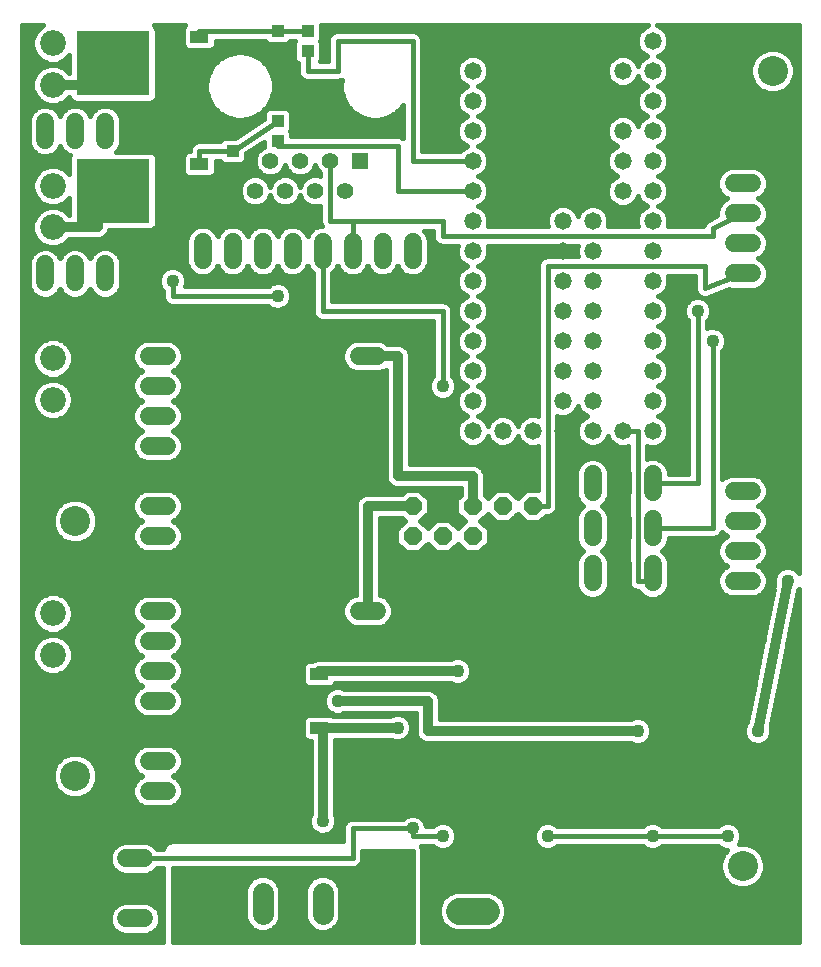
<source format=gbl>
G75*
%MOIN*%
%OFA0B0*%
%FSLAX24Y24*%
%IPPOS*%
%LPD*%
%AMOC8*
5,1,8,0,0,1.08239X$1,22.5*
%
%ADD10C,0.1000*%
%ADD11OC8,0.1000*%
%ADD12C,0.0885*%
%ADD13C,0.0600*%
%ADD14C,0.0580*%
%ADD15C,0.0705*%
%ADD16C,0.0860*%
%ADD17R,0.2441X0.2126*%
%ADD18R,0.0630X0.0394*%
%ADD19R,0.0433X0.0394*%
%ADD20OC8,0.0600*%
%ADD21C,0.0554*%
%ADD22R,0.0554X0.0554*%
%ADD23C,0.0436*%
%ADD24C,0.0320*%
%ADD25C,0.0160*%
%ADD26C,0.0396*%
D10*
X002430Y006180D03*
X002430Y014680D03*
X024680Y003180D03*
X025680Y029680D03*
D11*
X023680Y029680D03*
X002430Y016680D03*
X002430Y008180D03*
X024680Y001180D03*
D12*
X022123Y001680D02*
X021238Y001680D01*
X016123Y001680D02*
X015238Y001680D01*
D13*
X012480Y010680D02*
X011880Y010680D01*
X011880Y011680D02*
X012480Y011680D01*
X012480Y019180D02*
X011880Y019180D01*
X011880Y020180D02*
X012480Y020180D01*
X012680Y023380D02*
X012680Y023980D01*
X011680Y023980D02*
X011680Y023380D01*
X010680Y023380D02*
X010680Y023980D01*
X009680Y023980D02*
X009680Y023380D01*
X008680Y023380D02*
X008680Y023980D01*
X007680Y023980D02*
X007680Y023380D01*
X006680Y023380D02*
X006680Y023980D01*
X003430Y023230D02*
X003430Y022630D01*
X002430Y022630D02*
X002430Y023230D01*
X001430Y023230D02*
X001430Y022630D01*
X004880Y020180D02*
X005480Y020180D01*
X005480Y019180D02*
X004880Y019180D01*
X004880Y018180D02*
X005480Y018180D01*
X005480Y017180D02*
X004880Y017180D01*
X004880Y016180D02*
X005480Y016180D01*
X005480Y015180D02*
X004880Y015180D01*
X004880Y014180D02*
X005480Y014180D01*
X005480Y011680D02*
X004880Y011680D01*
X004880Y010680D02*
X005480Y010680D01*
X005480Y009680D02*
X004880Y009680D01*
X004880Y008680D02*
X005480Y008680D01*
X005480Y007680D02*
X004880Y007680D01*
X004880Y006680D02*
X005480Y006680D01*
X005480Y005680D02*
X004880Y005680D01*
X004730Y003430D02*
X004130Y003430D01*
X004130Y002430D02*
X004730Y002430D01*
X004730Y001430D02*
X004130Y001430D01*
X019680Y012630D02*
X019680Y013230D01*
X019680Y014130D02*
X019680Y014730D01*
X019680Y015630D02*
X019680Y016230D01*
X020680Y016230D02*
X020680Y015630D01*
X020680Y014730D02*
X020680Y014130D01*
X020680Y013230D02*
X020680Y012630D01*
X021680Y012630D02*
X021680Y013230D01*
X021680Y014130D02*
X021680Y014730D01*
X021680Y015630D02*
X021680Y016230D01*
X024380Y016680D02*
X024980Y016680D01*
X024980Y015680D02*
X024380Y015680D01*
X024380Y014680D02*
X024980Y014680D01*
X024980Y013680D02*
X024380Y013680D01*
X024380Y012680D02*
X024980Y012680D01*
X024980Y022930D02*
X024380Y022930D01*
X024380Y023930D02*
X024980Y023930D01*
X024980Y024930D02*
X024380Y024930D01*
X024380Y025930D02*
X024980Y025930D01*
X024980Y026930D02*
X024380Y026930D01*
X013680Y023980D02*
X013680Y023380D01*
X003430Y027380D02*
X003430Y027980D01*
X002430Y027980D02*
X002430Y027380D01*
X001430Y027380D02*
X001430Y027980D01*
D14*
X015680Y027680D03*
X015680Y026680D03*
X015680Y025680D03*
X015680Y024680D03*
X015680Y023680D03*
X015680Y022680D03*
X015680Y021680D03*
X015680Y020680D03*
X015680Y019680D03*
X015680Y018680D03*
X015680Y017680D03*
X016680Y017680D03*
X017680Y017680D03*
X018680Y017680D03*
X018680Y018680D03*
X018680Y019680D03*
X018680Y020680D03*
X018680Y021680D03*
X019680Y021680D03*
X019680Y020680D03*
X019680Y019680D03*
X019680Y018680D03*
X019680Y017680D03*
X020680Y017680D03*
X021680Y017680D03*
X021680Y018680D03*
X021680Y019680D03*
X021680Y020680D03*
X021680Y021680D03*
X021680Y022680D03*
X021680Y023680D03*
X021680Y024680D03*
X021680Y025680D03*
X021680Y026680D03*
X021680Y027680D03*
X021680Y028680D03*
X021680Y029680D03*
X021680Y030680D03*
X020680Y029680D03*
X020680Y027680D03*
X020680Y026680D03*
X020680Y025680D03*
X019680Y024680D03*
X019680Y023680D03*
X019680Y022680D03*
X018680Y022680D03*
X018680Y023680D03*
X018680Y024680D03*
X015680Y028680D03*
X015680Y029680D03*
X015680Y030680D03*
D15*
X012680Y002283D02*
X012680Y001578D01*
X010680Y001578D02*
X010680Y002283D01*
X008680Y002283D02*
X008680Y001578D01*
X006680Y001578D02*
X006680Y002283D01*
D16*
X001680Y010221D03*
X001680Y011599D03*
X001680Y018721D03*
X001680Y020099D03*
X001680Y024471D03*
X001680Y025849D03*
X001680Y029221D03*
X001680Y030599D03*
D17*
X003696Y029930D03*
X003696Y025680D03*
X007696Y008680D03*
D18*
X010570Y007782D03*
X010570Y009578D03*
X006570Y024782D03*
X006570Y026578D03*
X006570Y029032D03*
X006570Y030828D03*
D19*
X009180Y031015D03*
X009180Y030345D03*
X010180Y030345D03*
X010180Y031015D03*
X009180Y028015D03*
X009180Y027345D03*
X007680Y027015D03*
X007680Y026345D03*
D20*
X013680Y015180D03*
X013680Y014180D03*
X014680Y014180D03*
X014680Y015180D03*
X015680Y015180D03*
X015680Y014180D03*
X016680Y014180D03*
X016680Y015180D03*
X017680Y015180D03*
X017680Y014180D03*
D21*
X011430Y025680D03*
X010430Y025680D03*
X009930Y026680D03*
X010930Y026680D03*
X009430Y025680D03*
X008930Y026680D03*
X008430Y025680D03*
D22*
X011930Y026680D03*
D23*
X009180Y022180D03*
X005680Y022680D03*
X014680Y019180D03*
X015180Y009680D03*
X013180Y007790D03*
X011180Y008680D03*
X010680Y004680D03*
X013680Y004430D03*
X014680Y004180D03*
X018180Y004180D03*
X021180Y007680D03*
X021680Y004180D03*
X024180Y004180D03*
X025180Y007680D03*
X026180Y012680D03*
X023680Y020680D03*
X023180Y021680D03*
D24*
X015680Y016180D02*
X015680Y015180D01*
X015680Y016180D02*
X013180Y016180D01*
X013180Y020180D01*
X012180Y020180D01*
X012180Y015180D02*
X012180Y011680D01*
X010570Y009680D02*
X015180Y009680D01*
X014180Y008680D02*
X011180Y008680D01*
X010680Y007782D02*
X010680Y004680D01*
X010570Y007782D02*
X013180Y007782D01*
X014180Y007680D02*
X014180Y008680D01*
X014180Y007680D02*
X021180Y007680D01*
X025180Y007680D02*
X026180Y012680D01*
X013680Y015180D02*
X012180Y015180D01*
X003696Y024971D02*
X003180Y024971D01*
X003180Y025180D01*
X003180Y024971D02*
X003180Y024471D01*
X001680Y024471D01*
X001680Y029221D02*
X003696Y029221D01*
X003696Y029180D01*
D25*
X000660Y031196D02*
X000660Y000660D01*
X005360Y000660D01*
X005360Y003110D01*
X005174Y003110D01*
X005036Y002972D01*
X004837Y002890D01*
X004023Y002890D01*
X003824Y002972D01*
X003672Y003124D01*
X003590Y003323D01*
X003590Y003537D01*
X003672Y003736D01*
X003824Y003888D01*
X004023Y003970D01*
X004837Y003970D01*
X005036Y003888D01*
X005174Y003750D01*
X005363Y003750D01*
X005409Y003861D01*
X005499Y003951D01*
X005616Y004000D01*
X011360Y004000D01*
X011360Y004494D01*
X011409Y004611D01*
X011499Y004701D01*
X011616Y004750D01*
X013353Y004750D01*
X013421Y004818D01*
X013589Y004888D01*
X013771Y004888D01*
X013939Y004818D01*
X014068Y004689D01*
X014138Y004521D01*
X014138Y004500D01*
X014353Y004500D01*
X014421Y004568D01*
X014589Y004638D01*
X014771Y004638D01*
X014939Y004568D01*
X015068Y004439D01*
X015138Y004271D01*
X015138Y004089D01*
X015068Y003921D01*
X014939Y003792D01*
X014771Y003722D01*
X014589Y003722D01*
X014421Y003792D01*
X014353Y003860D01*
X013952Y003860D01*
X014000Y003744D01*
X014000Y000660D01*
X026570Y000660D01*
X026570Y012425D01*
X026568Y012421D01*
X026528Y012381D01*
X025616Y007823D01*
X025638Y007771D01*
X025638Y007589D01*
X025568Y007421D01*
X025439Y007292D01*
X025271Y007222D01*
X025089Y007222D01*
X024921Y007292D01*
X024792Y007421D01*
X024722Y007589D01*
X024722Y007771D01*
X024792Y007939D01*
X024832Y007979D01*
X025744Y012537D01*
X025722Y012589D01*
X025722Y012771D01*
X025792Y012939D01*
X025921Y013068D01*
X026089Y013138D01*
X026271Y013138D01*
X026439Y013068D01*
X026568Y012939D01*
X026570Y012935D01*
X026570Y031196D01*
X021819Y031196D01*
X021980Y031129D01*
X022129Y030980D01*
X022210Y030785D01*
X022210Y030575D01*
X022129Y030380D01*
X021980Y030231D01*
X021858Y030180D01*
X021980Y030129D01*
X022129Y029980D01*
X022210Y029785D01*
X022210Y029575D01*
X022129Y029380D01*
X021980Y029231D01*
X021858Y029180D01*
X021980Y029129D01*
X022129Y028980D01*
X022210Y028785D01*
X022210Y028575D01*
X022129Y028380D01*
X021980Y028231D01*
X021858Y028180D01*
X021980Y028129D01*
X022129Y027980D01*
X022210Y027785D01*
X022210Y027575D01*
X022129Y027380D01*
X021980Y027231D01*
X021858Y027180D01*
X021980Y027129D01*
X022129Y026980D01*
X022210Y026785D01*
X022210Y026575D01*
X022129Y026380D01*
X021980Y026231D01*
X021858Y026180D01*
X021980Y026129D01*
X022129Y025980D01*
X022210Y025785D01*
X022210Y025575D01*
X022129Y025380D01*
X021980Y025231D01*
X021858Y025180D01*
X021980Y025129D01*
X022129Y024980D01*
X022210Y024785D01*
X022210Y024575D01*
X022179Y024500D01*
X023363Y024500D01*
X023380Y024542D01*
X023397Y024592D01*
X023404Y024600D01*
X023409Y024611D01*
X023446Y024648D01*
X023480Y024688D01*
X023490Y024693D01*
X023499Y024701D01*
X023547Y024721D01*
X023840Y024868D01*
X023840Y025037D01*
X023922Y025236D01*
X024074Y025388D01*
X024176Y025430D01*
X024074Y025472D01*
X023922Y025624D01*
X023840Y025823D01*
X023840Y026037D01*
X023922Y026236D01*
X024074Y026388D01*
X024273Y026470D01*
X025087Y026470D01*
X025286Y026388D01*
X025438Y026236D01*
X025520Y026037D01*
X025520Y025823D01*
X025438Y025624D01*
X025286Y025472D01*
X025184Y025430D01*
X025286Y025388D01*
X025438Y025236D01*
X025520Y025037D01*
X025520Y024823D01*
X025438Y024624D01*
X025286Y024472D01*
X025184Y024430D01*
X025286Y024388D01*
X025438Y024236D01*
X025520Y024037D01*
X025520Y023823D01*
X025438Y023624D01*
X025286Y023472D01*
X025184Y023430D01*
X025286Y023388D01*
X025438Y023236D01*
X025520Y023037D01*
X025520Y022823D01*
X025438Y022624D01*
X025286Y022472D01*
X025087Y022390D01*
X024273Y022390D01*
X024233Y022406D01*
X023551Y022134D01*
X023494Y022110D01*
X023492Y022110D01*
X023490Y022109D01*
X023428Y022110D01*
X023366Y022110D01*
X023364Y022111D01*
X023362Y022111D01*
X023306Y022135D01*
X023249Y022159D01*
X023247Y022160D01*
X023245Y022161D01*
X023202Y022205D01*
X023159Y022249D01*
X023158Y022251D01*
X023157Y022252D01*
X023134Y022309D01*
X023110Y022366D01*
X023110Y022368D01*
X023109Y022370D01*
X022120Y022370D01*
X022129Y022380D02*
X022210Y022575D01*
X022210Y022785D01*
X022179Y022860D01*
X023110Y022860D01*
X023110Y022432D01*
X023109Y022370D01*
X023163Y022245D02*
X023163Y022138D01*
X023089Y022138D02*
X022921Y022068D01*
X022792Y021939D01*
X022722Y021771D01*
X022722Y021589D01*
X022792Y021421D01*
X022860Y021353D01*
X022860Y016250D01*
X022220Y016250D01*
X022220Y016337D01*
X022138Y016536D01*
X021986Y016688D01*
X021787Y016770D01*
X021573Y016770D01*
X021500Y016740D01*
X021500Y017181D01*
X021575Y017150D01*
X021785Y017150D01*
X021980Y017231D01*
X022129Y017380D01*
X022210Y017575D01*
X022210Y017785D01*
X022129Y017980D01*
X021980Y018129D01*
X021858Y018180D01*
X021980Y018231D01*
X022129Y018380D01*
X022210Y018575D01*
X022210Y018785D01*
X022129Y018980D01*
X021980Y019129D01*
X021858Y019180D01*
X021980Y019231D01*
X022129Y019380D01*
X022210Y019575D01*
X022210Y019785D01*
X022129Y019980D01*
X021980Y020129D01*
X021858Y020180D01*
X021980Y020231D01*
X022129Y020380D01*
X022210Y020575D01*
X022210Y020785D01*
X022860Y020785D01*
X022860Y020627D02*
X022210Y020627D01*
X022210Y020785D02*
X022129Y020980D01*
X021980Y021129D01*
X021858Y021180D01*
X021980Y021231D01*
X022129Y021380D01*
X022210Y021575D01*
X022210Y021785D01*
X022129Y021980D01*
X021980Y022129D01*
X021858Y022180D01*
X021980Y022231D01*
X022129Y022380D01*
X022053Y022304D02*
X022053Y022056D01*
X022056Y022053D02*
X022906Y022053D01*
X022846Y021993D02*
X022846Y022860D01*
X023004Y022860D02*
X023004Y022103D01*
X023089Y022138D02*
X023271Y022138D01*
X023439Y022068D01*
X023568Y021939D01*
X023638Y021771D01*
X023638Y021589D01*
X023568Y021421D01*
X023500Y021353D01*
X023500Y021101D01*
X023589Y021138D01*
X023771Y021138D01*
X023939Y021068D01*
X024068Y020939D01*
X024138Y020771D01*
X024138Y020589D01*
X024068Y020421D01*
X024000Y020353D01*
X024000Y016064D01*
X024074Y016138D01*
X024273Y016220D01*
X025087Y016220D01*
X025286Y016138D01*
X025438Y015986D01*
X025520Y015787D01*
X025520Y015573D01*
X025438Y015374D01*
X025286Y015222D01*
X025184Y015180D01*
X025286Y015138D01*
X025438Y014986D01*
X025520Y014787D01*
X025520Y014573D01*
X025438Y014374D01*
X025286Y014222D01*
X025184Y014180D01*
X025286Y014138D01*
X025438Y013986D01*
X025520Y013787D01*
X025520Y013573D01*
X025438Y013374D01*
X025286Y013222D01*
X025184Y013180D01*
X025286Y013138D01*
X025438Y012986D01*
X025520Y012787D01*
X025520Y012573D01*
X025438Y012374D01*
X025286Y012222D01*
X025087Y012140D01*
X024273Y012140D01*
X024074Y012222D01*
X023922Y012374D01*
X023840Y012573D01*
X023840Y012787D01*
X023922Y012986D01*
X024074Y013138D01*
X024176Y013180D01*
X024074Y013222D01*
X023922Y013374D01*
X023840Y013573D01*
X023840Y013787D01*
X023922Y013986D01*
X024074Y014138D01*
X024176Y014180D01*
X024074Y014222D01*
X023979Y014317D01*
X023951Y014249D01*
X023861Y014159D01*
X023744Y014110D01*
X022220Y014110D01*
X022220Y014023D01*
X022138Y013824D01*
X021994Y013680D01*
X022138Y013536D01*
X022220Y013337D01*
X022220Y012523D01*
X022138Y012324D01*
X021986Y012172D01*
X021787Y012090D01*
X021573Y012090D01*
X021374Y012172D01*
X021222Y012324D01*
X021207Y012360D01*
X021116Y012360D01*
X020999Y012409D01*
X020909Y012499D01*
X020860Y012616D01*
X020860Y017181D01*
X020785Y017150D01*
X020785Y008080D01*
X020627Y008080D02*
X020627Y017150D01*
X020575Y017150D02*
X020785Y017150D01*
X020860Y017140D02*
X018500Y017140D01*
X018500Y017298D02*
X019312Y017298D01*
X019359Y017252D02*
X019359Y016672D01*
X019350Y016664D02*
X018500Y016664D01*
X018500Y016506D02*
X019210Y016506D01*
X019200Y016482D02*
X019200Y017454D01*
X019199Y017457D02*
X018500Y017457D01*
X018500Y017615D02*
X019150Y017615D01*
X019150Y017575D02*
X019231Y017380D01*
X019380Y017231D01*
X019575Y017150D01*
X019785Y017150D01*
X019980Y017231D01*
X020129Y017380D01*
X020180Y017502D01*
X020231Y017380D01*
X020380Y017231D01*
X020575Y017150D01*
X020468Y017194D02*
X020468Y008080D01*
X020310Y008080D02*
X020310Y017301D01*
X020312Y017298D02*
X020048Y017298D01*
X019993Y017243D02*
X019993Y016681D01*
X019986Y016688D02*
X019787Y016770D01*
X019573Y016770D01*
X019374Y016688D01*
X019222Y016536D01*
X019140Y016337D01*
X019140Y015523D01*
X019222Y015324D01*
X019366Y015180D01*
X019222Y015036D01*
X019140Y014837D01*
X019140Y014023D01*
X019222Y013824D01*
X019366Y013680D01*
X019222Y013536D01*
X019140Y013337D01*
X019140Y012523D01*
X019222Y012324D01*
X019374Y012172D01*
X019573Y012090D01*
X019787Y012090D01*
X019986Y012172D01*
X020138Y012324D01*
X020220Y012523D01*
X020220Y013337D01*
X020138Y013536D01*
X019994Y013680D01*
X020138Y013824D01*
X020220Y014023D01*
X020220Y014837D01*
X020138Y015036D01*
X019994Y015180D01*
X020138Y015324D01*
X020220Y015523D01*
X020220Y016337D01*
X020138Y016536D01*
X019986Y016688D01*
X020010Y016664D02*
X020860Y016664D01*
X020860Y016506D02*
X020150Y016506D01*
X020151Y016504D02*
X020151Y017432D01*
X020161Y017457D02*
X020199Y017457D01*
X019834Y017170D02*
X019834Y016751D01*
X019676Y016770D02*
X019676Y017150D01*
X019517Y017174D02*
X019517Y016747D01*
X019144Y016347D02*
X018500Y016347D01*
X018500Y016189D02*
X019140Y016189D01*
X019140Y016030D02*
X018500Y016030D01*
X018500Y015872D02*
X019140Y015872D01*
X019140Y015713D02*
X018500Y015713D01*
X018500Y015555D02*
X019140Y015555D01*
X019192Y015396D02*
X018500Y015396D01*
X018500Y015238D02*
X019309Y015238D01*
X019359Y015188D02*
X019359Y015172D01*
X019265Y015079D02*
X018485Y015079D01*
X018500Y015116D02*
X018500Y018181D01*
X018575Y018150D01*
X018785Y018150D01*
X018980Y018231D01*
X019129Y018380D01*
X019180Y018502D01*
X019231Y018380D01*
X019380Y018231D01*
X019502Y018180D01*
X019380Y018129D01*
X019231Y017980D01*
X019150Y017785D01*
X019150Y017575D01*
X019150Y017774D02*
X018500Y017774D01*
X018500Y017932D02*
X019211Y017932D01*
X019200Y017906D02*
X019200Y018454D01*
X019219Y018408D02*
X019141Y018408D01*
X019042Y018292D02*
X019042Y008080D01*
X019200Y008080D02*
X019200Y012378D01*
X019197Y012385D02*
X012580Y012385D01*
X012580Y012543D02*
X019140Y012543D01*
X019140Y012702D02*
X012580Y012702D01*
X012580Y012860D02*
X019140Y012860D01*
X019140Y013019D02*
X012580Y013019D01*
X012580Y013177D02*
X019140Y013177D01*
X019140Y013336D02*
X012580Y013336D01*
X012580Y013494D02*
X019205Y013494D01*
X019200Y013482D02*
X019200Y013878D01*
X019235Y013811D02*
X016075Y013811D01*
X016030Y013766D02*
X016030Y008080D01*
X015872Y008080D02*
X015872Y013640D01*
X015904Y013640D02*
X016220Y013956D01*
X016220Y014404D01*
X015944Y014680D01*
X016180Y014916D01*
X016456Y014640D01*
X016904Y014640D01*
X017180Y014916D01*
X017456Y014640D01*
X017904Y014640D01*
X018124Y014860D01*
X018244Y014860D01*
X018361Y014909D01*
X018451Y014999D01*
X018500Y015116D01*
X018408Y014955D02*
X018408Y008080D01*
X018566Y008080D02*
X018566Y018154D01*
X018500Y018091D02*
X019341Y018091D01*
X019359Y018108D02*
X019359Y018252D01*
X019361Y018249D02*
X018999Y018249D01*
X018883Y018190D02*
X018883Y008080D01*
X018725Y008080D02*
X018725Y018150D01*
X017860Y018179D02*
X017785Y018210D01*
X017575Y018210D01*
X017380Y018129D01*
X017231Y017980D01*
X017180Y017858D01*
X017129Y017980D01*
X016980Y018129D01*
X016785Y018210D01*
X016575Y018210D01*
X016380Y018129D01*
X016231Y017980D01*
X016180Y017858D01*
X016129Y017980D01*
X015980Y018129D01*
X015858Y018180D01*
X015980Y018231D01*
X016129Y018380D01*
X016210Y018575D01*
X016210Y018785D01*
X016129Y018980D01*
X015980Y019129D01*
X015858Y019180D01*
X015980Y019231D01*
X016129Y019380D01*
X016210Y019575D01*
X016210Y019785D01*
X016129Y019980D01*
X015980Y020129D01*
X015858Y020180D01*
X015980Y020231D01*
X016129Y020380D01*
X016210Y020575D01*
X016210Y020785D01*
X017860Y020785D01*
X017860Y020627D02*
X016210Y020627D01*
X016189Y020523D02*
X016189Y019837D01*
X016190Y019834D02*
X017860Y019834D01*
X017860Y019676D02*
X016210Y019676D01*
X016189Y019523D02*
X016189Y018837D01*
X016170Y018883D02*
X017860Y018883D01*
X017860Y018725D02*
X016210Y018725D01*
X016206Y018566D02*
X017860Y018566D01*
X017860Y018408D02*
X016141Y018408D01*
X016189Y018523D02*
X016189Y017878D01*
X016211Y017932D02*
X016149Y017932D01*
X016030Y018080D02*
X016030Y018280D01*
X015999Y018249D02*
X017860Y018249D01*
X017860Y018179D02*
X017860Y023244D01*
X017909Y023361D01*
X017999Y023451D01*
X018116Y023500D01*
X019181Y023500D01*
X019150Y023575D01*
X019150Y023785D01*
X019181Y023860D01*
X016179Y023860D01*
X016210Y023785D01*
X016210Y023575D01*
X016129Y023380D01*
X015980Y023231D01*
X015858Y023180D01*
X015980Y023129D01*
X016129Y022980D01*
X016210Y022785D01*
X016210Y022575D01*
X016129Y022380D01*
X015980Y022231D01*
X015858Y022180D01*
X015980Y022129D01*
X016129Y021980D01*
X016210Y021785D01*
X016210Y021575D01*
X016129Y021380D01*
X015980Y021231D01*
X015858Y021180D01*
X015980Y021129D01*
X016129Y020980D01*
X016210Y020785D01*
X016189Y020837D02*
X016189Y021523D01*
X016210Y021578D02*
X017860Y021578D01*
X017860Y021736D02*
X016210Y021736D01*
X016189Y021837D02*
X016189Y022523D01*
X016191Y022529D02*
X017860Y022529D01*
X017860Y022687D02*
X016210Y022687D01*
X016189Y022837D02*
X016189Y023523D01*
X016171Y023480D02*
X018067Y023480D01*
X018091Y023489D02*
X018091Y023860D01*
X018249Y023860D02*
X018249Y023500D01*
X018408Y023500D02*
X018408Y023860D01*
X018566Y023860D02*
X018566Y023500D01*
X018725Y023500D02*
X018725Y023860D01*
X018883Y023860D02*
X018883Y023500D01*
X019042Y023500D02*
X019042Y023860D01*
X019155Y023797D02*
X016205Y023797D01*
X016189Y023837D02*
X016189Y023860D01*
X016347Y023860D02*
X016347Y018097D01*
X016341Y018091D02*
X016019Y018091D01*
X015872Y018174D02*
X015872Y018186D01*
X015502Y018180D02*
X015380Y018129D01*
X015231Y017980D01*
X015150Y017785D01*
X015150Y017575D01*
X015231Y017380D01*
X015380Y017231D01*
X015575Y017150D01*
X015785Y017150D01*
X015980Y017231D01*
X016129Y017380D01*
X016180Y017502D01*
X016231Y017380D01*
X016380Y017231D01*
X016575Y017150D01*
X016785Y017150D01*
X016980Y017231D01*
X017129Y017380D01*
X017180Y017502D01*
X017231Y017380D01*
X017380Y017231D01*
X017575Y017150D01*
X017785Y017150D01*
X017860Y017181D01*
X017860Y015720D01*
X017456Y015720D01*
X017180Y015444D01*
X016904Y015720D01*
X016456Y015720D01*
X016180Y015444D01*
X016080Y015544D01*
X016080Y016260D01*
X016019Y016407D01*
X015907Y016519D01*
X015760Y016580D01*
X013580Y016580D01*
X013580Y020260D01*
X013519Y020407D01*
X013407Y020519D01*
X013260Y020580D01*
X012844Y020580D01*
X012786Y020638D01*
X012587Y020720D01*
X011773Y020720D01*
X011574Y020638D01*
X011422Y020486D01*
X011340Y020287D01*
X011340Y020073D01*
X011422Y019874D01*
X011574Y019722D01*
X011773Y019640D01*
X012587Y019640D01*
X012780Y019720D01*
X012780Y016100D01*
X012841Y015953D01*
X012953Y015841D01*
X013100Y015780D01*
X015280Y015780D01*
X015280Y015544D01*
X015140Y015404D01*
X015140Y014956D01*
X015416Y014680D01*
X015180Y014444D01*
X014904Y014720D01*
X014456Y014720D01*
X014180Y014444D01*
X013944Y014680D01*
X014220Y014956D01*
X014220Y015404D01*
X013904Y015720D01*
X013456Y015720D01*
X013316Y015580D01*
X012100Y015580D01*
X011953Y015519D01*
X011841Y015407D01*
X011780Y015260D01*
X011780Y012220D01*
X011773Y012220D01*
X011574Y012138D01*
X011422Y011986D01*
X011340Y011787D01*
X011340Y011573D01*
X011422Y011374D01*
X011574Y011222D01*
X011773Y011140D01*
X012587Y011140D01*
X012786Y011222D01*
X012938Y011374D01*
X013020Y011573D01*
X013020Y011787D01*
X012938Y011986D01*
X012786Y012138D01*
X012587Y012220D01*
X012580Y012220D01*
X012580Y014780D01*
X013316Y014780D01*
X013416Y014680D01*
X013140Y014404D01*
X013140Y013956D01*
X013456Y013640D01*
X013904Y013640D01*
X014180Y013916D01*
X014456Y013640D01*
X014904Y013640D01*
X015180Y013916D01*
X015456Y013640D01*
X015904Y013640D01*
X015916Y013653D02*
X019339Y013653D01*
X019359Y013672D02*
X019359Y013688D01*
X019162Y013970D02*
X016220Y013970D01*
X016189Y013925D02*
X016189Y008080D01*
X016347Y008080D02*
X016347Y014749D01*
X016334Y014762D02*
X016026Y014762D01*
X016030Y014766D02*
X016030Y014594D01*
X016020Y014604D02*
X019140Y014604D01*
X019140Y014762D02*
X018026Y014762D01*
X018091Y014827D02*
X018091Y008080D01*
X018249Y008080D02*
X018249Y014862D01*
X018373Y014921D02*
X019174Y014921D01*
X019200Y014982D02*
X019200Y015378D01*
X020051Y015238D02*
X020860Y015238D01*
X020860Y015396D02*
X020168Y015396D01*
X020151Y015356D02*
X020151Y015004D01*
X020186Y014921D02*
X020860Y014921D01*
X020860Y015079D02*
X020095Y015079D01*
X020220Y014762D02*
X020860Y014762D01*
X020860Y014604D02*
X020220Y014604D01*
X020220Y014445D02*
X020860Y014445D01*
X020860Y014287D02*
X020220Y014287D01*
X020220Y014128D02*
X020860Y014128D01*
X020860Y013970D02*
X020198Y013970D01*
X020151Y013856D02*
X020151Y013504D01*
X020155Y013494D02*
X020860Y013494D01*
X020860Y013336D02*
X020220Y013336D01*
X020220Y013177D02*
X020860Y013177D01*
X020860Y013019D02*
X020220Y013019D01*
X020220Y012860D02*
X020860Y012860D01*
X020860Y012702D02*
X020220Y012702D01*
X020220Y012543D02*
X020890Y012543D01*
X020944Y012464D02*
X020944Y008080D01*
X020949Y008080D02*
X014580Y008080D01*
X014580Y008760D01*
X014519Y008907D01*
X014407Y009019D01*
X014260Y009080D01*
X011411Y009080D01*
X011271Y009138D01*
X011089Y009138D01*
X010921Y009068D01*
X010792Y008939D01*
X010722Y008771D01*
X010722Y008589D01*
X010792Y008421D01*
X010921Y008292D01*
X011089Y008222D01*
X011271Y008222D01*
X011411Y008280D01*
X013780Y008280D01*
X013780Y007600D01*
X013841Y007453D01*
X013953Y007341D01*
X014100Y007280D01*
X020949Y007280D01*
X021089Y007222D01*
X021271Y007222D01*
X021439Y007292D01*
X021568Y007421D01*
X021638Y007589D01*
X021638Y007771D01*
X021568Y007939D01*
X021439Y008068D01*
X021271Y008138D01*
X021089Y008138D01*
X020949Y008080D01*
X021010Y008105D02*
X014580Y008105D01*
X014604Y008080D02*
X014604Y009280D01*
X014762Y009280D02*
X014762Y008080D01*
X014921Y008080D02*
X014921Y009280D01*
X014949Y009280D02*
X015089Y009222D01*
X015271Y009222D01*
X015439Y009292D01*
X015568Y009421D01*
X015638Y009589D01*
X015638Y009771D01*
X015568Y009939D01*
X015439Y010068D01*
X015271Y010138D01*
X015089Y010138D01*
X014949Y010080D01*
X010490Y010080D01*
X010343Y010019D01*
X010339Y010014D01*
X010207Y010014D01*
X010119Y009978D01*
X010051Y009910D01*
X010015Y009822D01*
X010015Y009333D01*
X010051Y009245D01*
X010119Y009177D01*
X010207Y009141D01*
X010932Y009141D01*
X011021Y009177D01*
X011088Y009245D01*
X011103Y009280D01*
X014949Y009280D01*
X015079Y009226D02*
X015079Y008080D01*
X015238Y008080D02*
X015238Y009222D01*
X015396Y009274D02*
X015396Y008080D01*
X015555Y008080D02*
X015555Y009407D01*
X015520Y009373D02*
X025111Y009373D01*
X025142Y009532D02*
X015614Y009532D01*
X015638Y009690D02*
X025174Y009690D01*
X025206Y009849D02*
X015606Y009849D01*
X015555Y009953D02*
X015555Y013640D01*
X015444Y013653D02*
X014916Y013653D01*
X014921Y013657D02*
X014921Y010080D01*
X014762Y010080D02*
X014762Y013640D01*
X014604Y013640D02*
X014604Y010080D01*
X014445Y010080D02*
X014445Y013651D01*
X014444Y013653D02*
X013916Y013653D01*
X013970Y013706D02*
X013970Y010080D01*
X014128Y010080D02*
X014128Y013864D01*
X014075Y013811D02*
X014285Y013811D01*
X014287Y013810D02*
X014287Y010080D01*
X013811Y010080D02*
X013811Y013640D01*
X013653Y013640D02*
X013653Y010080D01*
X013494Y010080D02*
X013494Y013640D01*
X013444Y013653D02*
X012580Y013653D01*
X012580Y013811D02*
X013285Y013811D01*
X013336Y013761D02*
X013336Y010080D01*
X013177Y010080D02*
X013177Y013919D01*
X013140Y013970D02*
X012580Y013970D01*
X012580Y014128D02*
X013140Y014128D01*
X013140Y014287D02*
X012580Y014287D01*
X012580Y014445D02*
X013181Y014445D01*
X013177Y014441D02*
X013177Y014780D01*
X013334Y014762D02*
X012580Y014762D01*
X012702Y014780D02*
X012702Y012173D01*
X012580Y012226D02*
X019320Y012226D01*
X019359Y012188D02*
X019359Y008080D01*
X019517Y008080D02*
X019517Y012113D01*
X019676Y012090D02*
X019676Y008080D01*
X019834Y008080D02*
X019834Y012109D01*
X019993Y012179D02*
X019993Y008080D01*
X020151Y008080D02*
X020151Y012356D01*
X020163Y012385D02*
X021057Y012385D01*
X021102Y012366D02*
X021102Y008138D01*
X021261Y008138D02*
X021261Y012286D01*
X021320Y012226D02*
X020040Y012226D01*
X021180Y012680D02*
X021680Y012680D01*
X021680Y012930D01*
X022220Y012860D02*
X023870Y012860D01*
X023840Y012702D02*
X022220Y012702D01*
X022220Y012543D02*
X023852Y012543D01*
X023918Y012385D02*
X022163Y012385D01*
X022212Y012502D02*
X022212Y004500D01*
X022370Y004500D02*
X022370Y014110D01*
X022529Y014110D02*
X022529Y004500D01*
X022687Y004500D02*
X022687Y014110D01*
X022846Y014110D02*
X022846Y004500D01*
X023004Y004500D02*
X023004Y014110D01*
X023163Y014110D02*
X023163Y004500D01*
X023321Y004500D02*
X023321Y014110D01*
X023480Y014110D02*
X023480Y004500D01*
X023638Y004500D02*
X023638Y014110D01*
X023787Y014128D02*
X024064Y014128D01*
X024114Y014154D02*
X024114Y014206D01*
X024010Y014287D02*
X023967Y014287D01*
X023955Y014258D02*
X023955Y014019D01*
X023915Y013970D02*
X022198Y013970D01*
X022212Y014002D02*
X022212Y013358D01*
X022220Y013336D02*
X023961Y013336D01*
X023955Y013341D02*
X023955Y013019D01*
X022220Y013019D01*
X022220Y013177D02*
X024169Y013177D01*
X024114Y013154D02*
X024114Y013206D01*
X023873Y013494D02*
X022155Y013494D01*
X022053Y013621D02*
X022053Y013739D01*
X022021Y013653D02*
X023840Y013653D01*
X023850Y013811D02*
X022125Y013811D01*
X021680Y014430D02*
X023680Y014430D01*
X023680Y020680D01*
X024064Y020944D02*
X026570Y020944D01*
X026570Y021102D02*
X023857Y021102D01*
X023797Y021127D02*
X023797Y022232D01*
X023745Y022212D02*
X026570Y022212D01*
X026570Y022370D02*
X024142Y022370D01*
X024114Y022359D02*
X024114Y020830D01*
X024132Y020785D02*
X026570Y020785D01*
X026570Y020627D02*
X024138Y020627D01*
X024114Y020530D02*
X024114Y016154D01*
X024197Y016189D02*
X024000Y016189D01*
X024000Y016347D02*
X026570Y016347D01*
X026570Y016189D02*
X025163Y016189D01*
X025223Y016164D02*
X025223Y022446D01*
X025342Y022529D02*
X026570Y022529D01*
X026570Y022687D02*
X025464Y022687D01*
X025382Y022568D02*
X025382Y016042D01*
X025394Y016030D02*
X026570Y016030D01*
X026570Y015872D02*
X025485Y015872D01*
X025520Y015713D02*
X026570Y015713D01*
X026570Y015555D02*
X025513Y015555D01*
X025447Y015396D02*
X026570Y015396D01*
X026570Y015238D02*
X025301Y015238D01*
X025223Y015196D02*
X025223Y015164D01*
X025345Y015079D02*
X026570Y015079D01*
X026570Y014921D02*
X025465Y014921D01*
X025382Y015042D02*
X025382Y015318D01*
X025520Y014762D02*
X026570Y014762D01*
X026570Y014604D02*
X025520Y014604D01*
X025467Y014445D02*
X026570Y014445D01*
X026570Y014287D02*
X025350Y014287D01*
X025382Y014318D02*
X025382Y014042D01*
X025445Y013970D02*
X026570Y013970D01*
X026570Y014128D02*
X025296Y014128D01*
X025223Y014164D02*
X025223Y014196D01*
X025510Y013811D02*
X026570Y013811D01*
X026570Y013653D02*
X025520Y013653D01*
X025487Y013494D02*
X026570Y013494D01*
X026570Y013336D02*
X025399Y013336D01*
X025382Y013318D02*
X025382Y013042D01*
X025405Y013019D02*
X025871Y013019D01*
X025857Y013004D02*
X025857Y028952D01*
X025827Y028940D02*
X026099Y029053D01*
X026307Y029261D01*
X026420Y029533D01*
X026420Y029827D01*
X026307Y030099D01*
X026099Y030307D01*
X025827Y030420D01*
X025533Y030420D01*
X025261Y030307D01*
X025053Y030099D01*
X024940Y029827D01*
X024940Y029533D01*
X025053Y029261D01*
X025261Y029053D01*
X025533Y028940D01*
X025827Y028940D01*
X025699Y028940D02*
X025699Y012312D01*
X025713Y012385D02*
X025442Y012385D01*
X025382Y012318D02*
X025382Y010727D01*
X025396Y010800D02*
X006015Y010800D01*
X006020Y010787D02*
X005938Y010986D01*
X005786Y011138D01*
X005684Y011180D01*
X005786Y011222D01*
X005938Y011374D01*
X006020Y011573D01*
X006020Y011787D01*
X005938Y011986D01*
X005786Y012138D01*
X005587Y012220D01*
X004773Y012220D01*
X004574Y012138D01*
X004422Y011986D01*
X004340Y011787D01*
X004340Y011573D01*
X004422Y011374D01*
X004574Y011222D01*
X004676Y011180D01*
X004574Y011138D01*
X004422Y010986D01*
X004340Y010787D01*
X004340Y010573D01*
X004422Y010374D01*
X004574Y010222D01*
X004676Y010180D01*
X004574Y010138D01*
X004422Y009986D01*
X004340Y009787D01*
X004340Y009573D01*
X004422Y009374D01*
X004574Y009222D01*
X004676Y009180D01*
X004574Y009138D01*
X004422Y008986D01*
X004340Y008787D01*
X004340Y008573D01*
X004422Y008374D01*
X004574Y008222D01*
X004773Y008140D01*
X005587Y008140D01*
X005786Y008222D01*
X005938Y008374D01*
X006020Y008573D01*
X006020Y008787D01*
X005938Y008986D01*
X005786Y009138D01*
X005684Y009180D01*
X005786Y009222D01*
X005938Y009374D01*
X006020Y009573D01*
X006020Y009787D01*
X005938Y009986D01*
X005786Y010138D01*
X005684Y010180D01*
X005786Y010222D01*
X005938Y010374D01*
X006020Y010573D01*
X006020Y010787D01*
X006020Y010641D02*
X025364Y010641D01*
X025333Y010483D02*
X005983Y010483D01*
X005888Y010324D02*
X025301Y010324D01*
X025269Y010166D02*
X005719Y010166D01*
X005728Y010162D02*
X005728Y010198D01*
X005886Y010322D02*
X005886Y010038D01*
X005917Y010007D02*
X010189Y010007D01*
X010166Y009997D02*
X010166Y023141D01*
X010174Y023163D02*
X010186Y023163D01*
X010180Y023176D02*
X010222Y023074D01*
X010360Y022936D01*
X010360Y021616D01*
X010409Y021499D01*
X010499Y021409D01*
X010616Y021360D01*
X014360Y021360D01*
X014360Y019507D01*
X014292Y019439D01*
X014222Y019271D01*
X014222Y019089D01*
X014292Y018921D01*
X014421Y018792D01*
X014589Y018722D01*
X014771Y018722D01*
X014939Y018792D01*
X015068Y018921D01*
X015138Y019089D01*
X015138Y019271D01*
X015068Y019439D01*
X015000Y019507D01*
X015000Y021744D01*
X014951Y021861D01*
X014861Y021951D01*
X014744Y022000D01*
X011000Y022000D01*
X011000Y022936D01*
X011138Y023074D01*
X011180Y023176D01*
X011222Y023074D01*
X011374Y022922D01*
X011573Y022840D01*
X011787Y022840D01*
X011986Y022922D01*
X012138Y023074D01*
X012180Y023176D01*
X012222Y023074D01*
X012374Y022922D01*
X012573Y022840D01*
X012787Y022840D01*
X012986Y022922D01*
X013138Y023074D01*
X013180Y023176D01*
X013222Y023074D01*
X013374Y022922D01*
X013573Y022840D01*
X013787Y022840D01*
X013986Y022922D01*
X014138Y023074D01*
X014220Y023273D01*
X014220Y024087D01*
X014138Y024286D01*
X014064Y024360D01*
X014360Y024360D01*
X014360Y024116D01*
X014409Y023999D01*
X014499Y023909D01*
X014616Y023860D01*
X015181Y023860D01*
X015150Y023785D01*
X015150Y023575D01*
X015231Y023380D01*
X015380Y023231D01*
X015502Y023180D01*
X015380Y023129D01*
X015231Y022980D01*
X015150Y022785D01*
X015150Y022575D01*
X015231Y022380D01*
X015380Y022231D01*
X015502Y022180D01*
X015380Y022129D01*
X015231Y021980D01*
X015150Y021785D01*
X015150Y021575D01*
X015231Y021380D01*
X015380Y021231D01*
X015502Y021180D01*
X015380Y021129D01*
X015231Y020980D01*
X015150Y020785D01*
X015000Y020785D01*
X015150Y020785D02*
X015150Y020575D01*
X015231Y020380D01*
X015380Y020231D01*
X015502Y020180D01*
X015380Y020129D01*
X015231Y019980D01*
X015150Y019785D01*
X015150Y019575D01*
X015231Y019380D01*
X015380Y019231D01*
X015502Y019180D01*
X015380Y019129D01*
X015231Y018980D01*
X015150Y018785D01*
X015150Y018575D01*
X015231Y018380D01*
X015380Y018231D01*
X015502Y018180D01*
X015396Y018136D02*
X015396Y018224D01*
X015361Y018249D02*
X013580Y018249D01*
X013580Y018091D02*
X015341Y018091D01*
X015238Y017987D02*
X015238Y018373D01*
X015219Y018408D02*
X013580Y018408D01*
X013580Y018566D02*
X015154Y018566D01*
X015150Y018725D02*
X014777Y018725D01*
X014762Y018722D02*
X014762Y016580D01*
X014604Y016580D02*
X014604Y018722D01*
X014583Y018725D02*
X013580Y018725D01*
X013580Y018883D02*
X014330Y018883D01*
X014287Y018934D02*
X014287Y016580D01*
X014445Y016580D02*
X014445Y018782D01*
X014242Y019042D02*
X013580Y019042D01*
X013580Y019200D02*
X014222Y019200D01*
X014258Y019359D02*
X013580Y019359D01*
X013580Y019517D02*
X014360Y019517D01*
X014287Y019426D02*
X014287Y021360D01*
X014360Y021261D02*
X000660Y021261D01*
X000660Y021419D02*
X010488Y021419D01*
X010483Y021425D02*
X010483Y010077D01*
X010641Y010080D02*
X010641Y021360D01*
X010800Y021360D02*
X010800Y010080D01*
X010958Y010080D02*
X010958Y021360D01*
X011117Y021360D02*
X011117Y010080D01*
X011275Y010080D02*
X011275Y021360D01*
X011434Y021360D02*
X011434Y020497D01*
X011415Y020468D02*
X005945Y020468D01*
X005938Y020486D02*
X005786Y020638D01*
X005587Y020720D01*
X004773Y020720D01*
X004574Y020638D01*
X004422Y020486D01*
X004340Y020287D01*
X004340Y020073D01*
X004422Y019874D01*
X004574Y019722D01*
X004676Y019680D01*
X004574Y019638D01*
X004422Y019486D01*
X004340Y019287D01*
X004340Y019073D01*
X004422Y018874D01*
X004574Y018722D01*
X004676Y018680D01*
X004574Y018638D01*
X004422Y018486D01*
X004340Y018287D01*
X004340Y018073D01*
X004422Y017874D01*
X004574Y017722D01*
X004676Y017680D01*
X004574Y017638D01*
X004422Y017486D01*
X004340Y017287D01*
X004340Y017073D01*
X004422Y016874D01*
X004574Y016722D01*
X004773Y016640D01*
X005587Y016640D01*
X005786Y016722D01*
X005938Y016874D01*
X006020Y017073D01*
X006020Y017287D01*
X005938Y017486D01*
X005786Y017638D01*
X005684Y017680D01*
X005786Y017722D01*
X005938Y017874D01*
X006020Y018073D01*
X006020Y018287D01*
X005938Y018486D01*
X005786Y018638D01*
X005684Y018680D01*
X005786Y018722D01*
X005938Y018874D01*
X006020Y019073D01*
X006020Y019287D01*
X005938Y019486D01*
X005786Y019638D01*
X005684Y019680D01*
X005786Y019722D01*
X005938Y019874D01*
X006020Y020073D01*
X006020Y020287D01*
X005938Y020486D01*
X005886Y020538D02*
X005886Y021860D01*
X005728Y021860D02*
X005728Y020662D01*
X005797Y020627D02*
X011563Y020627D01*
X011592Y020645D02*
X011592Y021360D01*
X011751Y021360D02*
X011751Y020711D01*
X011909Y020720D02*
X011909Y021360D01*
X012068Y021360D02*
X012068Y020720D01*
X012226Y020720D02*
X012226Y021360D01*
X012385Y021360D02*
X012385Y020720D01*
X012543Y020720D02*
X012543Y021360D01*
X012702Y021360D02*
X012702Y020673D01*
X012797Y020627D02*
X014360Y020627D01*
X014360Y020785D02*
X000660Y020785D01*
X000660Y020627D02*
X001260Y020627D01*
X001290Y020656D02*
X001290Y022104D01*
X001323Y022090D02*
X001537Y022090D01*
X001736Y022172D01*
X001888Y022324D01*
X001930Y022426D01*
X001972Y022324D01*
X002124Y022172D01*
X002323Y022090D01*
X002537Y022090D01*
X002736Y022172D01*
X002888Y022324D01*
X002930Y022426D01*
X002972Y022324D01*
X003124Y022172D01*
X003323Y022090D01*
X003537Y022090D01*
X003736Y022172D01*
X003888Y022324D01*
X003970Y022523D01*
X003970Y023337D01*
X003888Y023536D01*
X003736Y023688D01*
X003537Y023770D01*
X003323Y023770D01*
X003124Y023688D01*
X002972Y023536D01*
X002930Y023434D01*
X002888Y023536D01*
X002736Y023688D01*
X002537Y023770D01*
X002323Y023770D01*
X002124Y023688D01*
X001972Y023536D01*
X001930Y023434D01*
X001888Y023536D01*
X001736Y023688D01*
X001537Y023770D01*
X001323Y023770D01*
X001124Y023688D01*
X000972Y023536D01*
X000890Y023337D01*
X000890Y022523D01*
X000972Y022324D01*
X001124Y022172D01*
X001323Y022090D01*
X001448Y022090D02*
X001448Y020728D01*
X001547Y020769D02*
X001300Y020667D01*
X001112Y020479D01*
X001010Y020233D01*
X001010Y019966D01*
X001112Y019720D01*
X001300Y019531D01*
X001547Y019429D01*
X001813Y019429D01*
X002060Y019531D01*
X002248Y019720D01*
X002350Y019966D01*
X002350Y020233D01*
X002248Y020479D01*
X002060Y020667D01*
X001813Y020769D01*
X001547Y020769D01*
X001607Y020769D02*
X001607Y022119D01*
X001765Y022201D02*
X001765Y020769D01*
X001924Y020724D02*
X001924Y022410D01*
X001907Y022370D02*
X001953Y022370D01*
X002082Y022214D02*
X002082Y020645D01*
X002100Y020627D02*
X004563Y020627D01*
X004618Y020656D02*
X004618Y024377D01*
X004460Y024377D02*
X004460Y020523D01*
X004415Y020468D02*
X002252Y020468D01*
X002241Y020486D02*
X002241Y022124D01*
X002399Y022090D02*
X002399Y015420D01*
X002283Y015420D02*
X002011Y015307D01*
X001803Y015099D01*
X001690Y014827D01*
X001690Y014533D01*
X001803Y014261D01*
X002011Y014053D01*
X002283Y013940D01*
X002577Y013940D01*
X002849Y014053D01*
X003057Y014261D01*
X003170Y014533D01*
X003170Y014827D01*
X003057Y015099D01*
X002849Y015307D01*
X002577Y015420D01*
X002283Y015420D01*
X002241Y015402D02*
X002241Y018334D01*
X002248Y018342D02*
X002350Y018588D01*
X002350Y018855D01*
X002248Y019101D01*
X002060Y019289D01*
X001813Y019391D01*
X001547Y019391D01*
X001300Y019289D01*
X001112Y019101D01*
X001010Y018855D01*
X001010Y018588D01*
X001112Y018342D01*
X001300Y018153D01*
X001547Y018051D01*
X001813Y018051D01*
X002060Y018153D01*
X002248Y018342D01*
X002275Y018408D02*
X004390Y018408D01*
X004460Y018523D02*
X004460Y018837D01*
X004419Y018883D02*
X002338Y018883D01*
X002350Y018725D02*
X004572Y018725D01*
X004618Y018704D02*
X004618Y018656D01*
X004502Y018566D02*
X002341Y018566D01*
X002155Y018249D02*
X004340Y018249D01*
X004340Y018091D02*
X001908Y018091D01*
X001924Y018097D02*
X001924Y015220D01*
X001941Y015238D02*
X000660Y015238D01*
X000660Y015396D02*
X002225Y015396D01*
X002082Y015337D02*
X002082Y018176D01*
X001765Y018051D02*
X001765Y015008D01*
X001794Y015079D02*
X000660Y015079D01*
X000660Y014921D02*
X001729Y014921D01*
X001690Y014762D02*
X000660Y014762D01*
X000660Y014604D02*
X001690Y014604D01*
X001726Y014445D02*
X000660Y014445D01*
X000660Y014287D02*
X001792Y014287D01*
X001765Y014352D02*
X001765Y012269D01*
X001813Y012269D02*
X001547Y012269D01*
X001300Y012167D01*
X001112Y011979D01*
X001010Y011733D01*
X001010Y011466D01*
X001112Y011220D01*
X001300Y011031D01*
X001547Y010929D01*
X001813Y010929D01*
X002060Y011031D01*
X002248Y011220D01*
X002350Y011466D01*
X002350Y011733D01*
X002248Y011979D01*
X002060Y012167D01*
X001813Y012269D01*
X001918Y012226D02*
X011780Y012226D01*
X011751Y012211D02*
X011751Y019649D01*
X011687Y019676D02*
X005695Y019676D01*
X005728Y019662D02*
X005728Y019698D01*
X005886Y019822D02*
X005886Y019538D01*
X005907Y019517D02*
X012780Y019517D01*
X012780Y019359D02*
X005991Y019359D01*
X006020Y019200D02*
X012780Y019200D01*
X012780Y019042D02*
X006007Y019042D01*
X005941Y018883D02*
X012780Y018883D01*
X012780Y018725D02*
X005788Y018725D01*
X005728Y018698D02*
X005728Y018662D01*
X005858Y018566D02*
X012780Y018566D01*
X012780Y018408D02*
X005970Y018408D01*
X005886Y018538D02*
X005886Y018822D01*
X006020Y018249D02*
X012780Y018249D01*
X012780Y018091D02*
X006020Y018091D01*
X005962Y017932D02*
X012780Y017932D01*
X012780Y017774D02*
X005837Y017774D01*
X005886Y017822D02*
X005886Y017538D01*
X005950Y017457D02*
X012780Y017457D01*
X012780Y017615D02*
X005809Y017615D01*
X005728Y017662D02*
X005728Y017698D01*
X006016Y017298D02*
X012780Y017298D01*
X012780Y017140D02*
X006020Y017140D01*
X005982Y016981D02*
X012780Y016981D01*
X012780Y016823D02*
X005886Y016823D01*
X005886Y016822D02*
X005886Y015538D01*
X005869Y015555D02*
X012039Y015555D01*
X012068Y015566D02*
X012068Y019640D01*
X012226Y019640D02*
X012226Y015580D01*
X012385Y015580D02*
X012385Y019640D01*
X012543Y019640D02*
X012543Y015580D01*
X012702Y015580D02*
X012702Y019687D01*
X012673Y019676D02*
X012780Y019676D01*
X013580Y019676D02*
X014360Y019676D01*
X014360Y019834D02*
X013580Y019834D01*
X013580Y019993D02*
X014360Y019993D01*
X014360Y020151D02*
X013580Y020151D01*
X013559Y020310D02*
X014360Y020310D01*
X014360Y020468D02*
X013458Y020468D01*
X013494Y020432D02*
X013494Y021360D01*
X013336Y021360D02*
X013336Y020549D01*
X013177Y020580D02*
X013177Y021360D01*
X013019Y021360D02*
X013019Y020580D01*
X012860Y020580D02*
X012860Y021360D01*
X012860Y022000D02*
X012860Y022870D01*
X012801Y022846D02*
X013559Y022846D01*
X013494Y022873D02*
X013494Y022000D01*
X013336Y022000D02*
X013336Y022961D01*
X013292Y023004D02*
X013068Y023004D01*
X013019Y022955D02*
X013019Y022000D01*
X013177Y022000D02*
X013177Y023169D01*
X013174Y023163D02*
X013186Y023163D01*
X013653Y022840D02*
X013653Y022000D01*
X013811Y022000D02*
X013811Y022850D01*
X013801Y022846D02*
X015175Y022846D01*
X015238Y022987D02*
X015238Y023373D01*
X015289Y023321D02*
X014220Y023321D01*
X014220Y023480D02*
X015189Y023480D01*
X015150Y023638D02*
X014220Y023638D01*
X014220Y023797D02*
X015155Y023797D01*
X015079Y023860D02*
X015079Y019413D01*
X015102Y019359D02*
X015252Y019359D01*
X015238Y019373D02*
X015238Y018987D01*
X015292Y019042D02*
X015118Y019042D01*
X015079Y018947D02*
X015079Y016580D01*
X014921Y016580D02*
X014921Y018784D01*
X015030Y018883D02*
X015190Y018883D01*
X015138Y019200D02*
X015454Y019200D01*
X015396Y019224D02*
X015396Y019136D01*
X015174Y019517D02*
X015000Y019517D01*
X015000Y019676D02*
X015150Y019676D01*
X015170Y019834D02*
X015000Y019834D01*
X015000Y019993D02*
X015243Y019993D01*
X015238Y019987D02*
X015238Y020373D01*
X015301Y020310D02*
X015000Y020310D01*
X015000Y020468D02*
X015194Y020468D01*
X015150Y020627D02*
X015000Y020627D01*
X015000Y020944D02*
X015215Y020944D01*
X015238Y020987D02*
X015238Y021373D01*
X015214Y021419D02*
X015000Y021419D01*
X015000Y021261D02*
X015350Y021261D01*
X015396Y021224D02*
X015396Y021136D01*
X015353Y021102D02*
X015000Y021102D01*
X015000Y021578D02*
X015150Y021578D01*
X015150Y021736D02*
X015000Y021736D01*
X014921Y021892D02*
X014921Y023860D01*
X014762Y023860D02*
X014762Y021992D01*
X014604Y022000D02*
X014604Y023865D01*
X014452Y023955D02*
X014220Y023955D01*
X014209Y024114D02*
X014361Y024114D01*
X014360Y024272D02*
X014144Y024272D01*
X014128Y024296D02*
X014128Y024360D01*
X014287Y024360D02*
X014287Y022000D01*
X014445Y022000D02*
X014445Y023962D01*
X014680Y024180D02*
X023680Y024180D01*
X023680Y024430D01*
X024680Y024930D01*
X025185Y024431D02*
X026570Y024431D01*
X026570Y024589D02*
X025403Y024589D01*
X025382Y024568D02*
X025382Y024292D01*
X025402Y024272D02*
X026570Y024272D01*
X026570Y024114D02*
X025488Y024114D01*
X025520Y023955D02*
X026570Y023955D01*
X026570Y023797D02*
X025509Y023797D01*
X025444Y023638D02*
X026570Y023638D01*
X026570Y023480D02*
X025293Y023480D01*
X025223Y023446D02*
X025223Y023414D01*
X025353Y023321D02*
X026570Y023321D01*
X026570Y023163D02*
X025468Y023163D01*
X025382Y023292D02*
X025382Y023568D01*
X025520Y023004D02*
X026570Y023004D01*
X026570Y022846D02*
X025520Y022846D01*
X025065Y022390D02*
X025065Y016220D01*
X024906Y016220D02*
X024906Y022390D01*
X024748Y022390D02*
X024748Y016220D01*
X024589Y016220D02*
X024589Y022390D01*
X024431Y022390D02*
X024431Y016220D01*
X024272Y016220D02*
X024272Y022390D01*
X023955Y022295D02*
X023955Y021052D01*
X023638Y021138D02*
X023638Y022169D01*
X023480Y022109D02*
X023480Y022028D01*
X023454Y022053D02*
X026570Y022053D01*
X026570Y021895D02*
X023587Y021895D01*
X023638Y021736D02*
X026570Y021736D01*
X026570Y021578D02*
X023633Y021578D01*
X023566Y021419D02*
X026570Y021419D01*
X026570Y021261D02*
X023500Y021261D01*
X023500Y021102D02*
X023503Y021102D01*
X023180Y021680D02*
X023180Y015930D01*
X021680Y015930D01*
X022150Y016506D02*
X022860Y016506D01*
X022860Y016664D02*
X022010Y016664D01*
X022053Y016621D02*
X022053Y017304D01*
X022048Y017298D02*
X022860Y017298D01*
X022860Y017140D02*
X021500Y017140D01*
X021578Y017150D02*
X021578Y016770D01*
X021500Y016823D02*
X022860Y016823D01*
X022860Y016981D02*
X021500Y016981D01*
X021736Y017150D02*
X021736Y016770D01*
X021895Y016726D02*
X021895Y017195D01*
X022161Y017457D02*
X022860Y017457D01*
X022860Y017615D02*
X022210Y017615D01*
X022210Y017774D02*
X022860Y017774D01*
X022860Y017932D02*
X022149Y017932D01*
X022053Y018056D02*
X022053Y018304D01*
X021999Y018249D02*
X022860Y018249D01*
X022860Y018091D02*
X022019Y018091D01*
X021895Y018165D02*
X021895Y018195D01*
X022141Y018408D02*
X022860Y018408D01*
X022860Y018566D02*
X022206Y018566D01*
X022210Y018725D02*
X022860Y018725D01*
X022860Y018883D02*
X022170Y018883D01*
X022068Y019042D02*
X022860Y019042D01*
X022860Y019200D02*
X021906Y019200D01*
X021895Y019195D02*
X021895Y019165D01*
X022053Y019056D02*
X022053Y019304D01*
X022108Y019359D02*
X022860Y019359D01*
X022860Y019517D02*
X022186Y019517D01*
X022210Y019676D02*
X022860Y019676D01*
X022860Y019834D02*
X022190Y019834D01*
X022117Y019993D02*
X022860Y019993D01*
X022860Y020151D02*
X021928Y020151D01*
X021895Y020165D02*
X021895Y020195D01*
X022053Y020304D02*
X022053Y020056D01*
X022059Y020310D02*
X022860Y020310D01*
X022860Y020468D02*
X022166Y020468D01*
X022145Y020944D02*
X022860Y020944D01*
X022860Y021102D02*
X022007Y021102D01*
X022053Y021056D02*
X022053Y021304D01*
X022010Y021261D02*
X022860Y021261D01*
X022846Y021367D02*
X022846Y016250D01*
X022860Y016347D02*
X022216Y016347D01*
X022212Y016358D02*
X022212Y022860D01*
X022185Y022846D02*
X023110Y022846D01*
X023110Y022687D02*
X022210Y022687D01*
X022191Y022529D02*
X023110Y022529D01*
X023196Y022212D02*
X021934Y022212D01*
X021895Y022195D02*
X021895Y022165D01*
X022165Y021895D02*
X022773Y021895D01*
X022722Y021736D02*
X022210Y021736D01*
X022210Y021578D02*
X022727Y021578D01*
X022794Y021419D02*
X022146Y021419D01*
X021895Y021195D02*
X021895Y021165D01*
X023321Y022117D02*
X023321Y022129D01*
X023430Y022430D02*
X024680Y022930D01*
X023430Y023180D02*
X023430Y022430D01*
X023430Y023180D02*
X018180Y023180D01*
X018180Y015180D01*
X017680Y015180D01*
X017298Y014798D02*
X017298Y008080D01*
X017140Y008080D02*
X017140Y014876D01*
X017026Y014762D02*
X017334Y014762D01*
X017457Y014640D02*
X017457Y008080D01*
X017615Y008080D02*
X017615Y014640D01*
X017774Y014640D02*
X017774Y008080D01*
X017932Y008080D02*
X017932Y014668D01*
X016981Y014717D02*
X016981Y008080D01*
X016823Y008080D02*
X016823Y014640D01*
X016664Y014640D02*
X016664Y008080D01*
X016506Y008080D02*
X016506Y014640D01*
X016189Y014435D02*
X016189Y014908D01*
X016189Y015452D02*
X016189Y017482D01*
X016199Y017457D02*
X016161Y017457D01*
X016048Y017298D02*
X016312Y017298D01*
X016347Y017263D02*
X016347Y015611D01*
X016291Y015555D02*
X016080Y015555D01*
X016080Y015713D02*
X016449Y015713D01*
X016506Y015720D02*
X016506Y017179D01*
X016664Y017150D02*
X016664Y015720D01*
X016823Y015720D02*
X016823Y017165D01*
X016981Y017231D02*
X016981Y015643D01*
X016911Y015713D02*
X017449Y015713D01*
X017457Y015720D02*
X017457Y017199D01*
X017615Y017150D02*
X017615Y015720D01*
X017774Y015720D02*
X017774Y017150D01*
X017860Y017140D02*
X013580Y017140D01*
X013580Y017298D02*
X015312Y017298D01*
X015238Y017373D02*
X015238Y016580D01*
X015396Y016580D02*
X015396Y017224D01*
X015555Y017158D02*
X015555Y016580D01*
X015713Y016580D02*
X015713Y017150D01*
X015872Y017186D02*
X015872Y016534D01*
X015920Y016506D02*
X017860Y016506D01*
X017860Y016664D02*
X013580Y016664D01*
X013653Y016580D02*
X013653Y021360D01*
X013811Y021360D02*
X013811Y016580D01*
X013970Y016580D02*
X013970Y021360D01*
X014128Y021360D02*
X014128Y016580D01*
X013580Y016823D02*
X017860Y016823D01*
X017860Y016981D02*
X013580Y016981D01*
X013580Y017457D02*
X015199Y017457D01*
X015150Y017615D02*
X013580Y017615D01*
X013580Y017774D02*
X015150Y017774D01*
X015211Y017932D02*
X013580Y017932D01*
X012780Y016664D02*
X005645Y016664D01*
X005569Y016640D02*
X005569Y015720D01*
X005587Y015720D02*
X005786Y015638D01*
X005938Y015486D01*
X006020Y015287D01*
X006020Y015073D01*
X005938Y014874D01*
X005786Y014722D01*
X005684Y014680D01*
X005786Y014638D01*
X005938Y014486D01*
X006020Y014287D01*
X006020Y014073D01*
X005938Y013874D01*
X005786Y013722D01*
X005587Y013640D01*
X004773Y013640D01*
X004574Y013722D01*
X004422Y013874D01*
X004340Y014073D01*
X004340Y014287D01*
X004422Y014486D01*
X004574Y014638D01*
X004676Y014680D01*
X004574Y014722D01*
X004422Y014874D01*
X004340Y015073D01*
X004340Y015287D01*
X004422Y015486D01*
X004574Y015638D01*
X004773Y015720D01*
X005587Y015720D01*
X005604Y015713D02*
X013449Y015713D01*
X013494Y015720D02*
X013494Y015780D01*
X013336Y015780D02*
X013336Y015599D01*
X013177Y015580D02*
X013177Y015780D01*
X013019Y015814D02*
X013019Y015580D01*
X012860Y015580D02*
X012860Y015934D01*
X012923Y015872D02*
X000660Y015872D01*
X000660Y016030D02*
X012809Y016030D01*
X012780Y016189D02*
X000660Y016189D01*
X000660Y016347D02*
X012780Y016347D01*
X012780Y016506D02*
X000660Y016506D01*
X000660Y016664D02*
X004715Y016664D01*
X004777Y016640D02*
X004777Y015720D01*
X004756Y015713D02*
X000660Y015713D01*
X000660Y015555D02*
X004491Y015555D01*
X004460Y015523D02*
X004460Y016837D01*
X004474Y016823D02*
X000660Y016823D01*
X000660Y016981D02*
X004378Y016981D01*
X004340Y017140D02*
X000660Y017140D01*
X000660Y017298D02*
X004344Y017298D01*
X004410Y017457D02*
X000660Y017457D01*
X000660Y017615D02*
X004551Y017615D01*
X004618Y017656D02*
X004618Y017704D01*
X004523Y017774D02*
X000660Y017774D01*
X000660Y017932D02*
X004398Y017932D01*
X004460Y017837D02*
X004460Y017523D01*
X004618Y016704D02*
X004618Y015656D01*
X004385Y015396D02*
X002635Y015396D01*
X002558Y015420D02*
X002558Y022098D01*
X002716Y022164D02*
X002716Y015363D01*
X002875Y015282D02*
X002875Y022311D01*
X002907Y022370D02*
X002953Y022370D01*
X003033Y022263D02*
X003033Y015124D01*
X003066Y015079D02*
X004340Y015079D01*
X004340Y015238D02*
X002919Y015238D01*
X003131Y014921D02*
X004403Y014921D01*
X004460Y014837D02*
X004460Y014523D01*
X004405Y014445D02*
X003134Y014445D01*
X003170Y014604D02*
X004540Y014604D01*
X004618Y014656D02*
X004618Y014704D01*
X004534Y014762D02*
X003170Y014762D01*
X003068Y014287D02*
X004340Y014287D01*
X004340Y014128D02*
X002925Y014128D01*
X002875Y014078D02*
X002875Y006782D01*
X002849Y006807D02*
X002577Y006920D01*
X002283Y006920D01*
X002011Y006807D01*
X001803Y006599D01*
X001690Y006327D01*
X001690Y006033D01*
X001803Y005761D01*
X002011Y005553D01*
X002283Y005440D01*
X002577Y005440D01*
X002849Y005553D01*
X003057Y005761D01*
X003170Y006033D01*
X003170Y006327D01*
X003057Y006599D01*
X002849Y006807D01*
X002778Y006837D02*
X004361Y006837D01*
X004340Y006787D02*
X004340Y006573D01*
X004422Y006374D01*
X004574Y006222D01*
X004676Y006180D01*
X004574Y006138D01*
X004422Y005986D01*
X004340Y005787D01*
X004340Y005573D01*
X004422Y005374D01*
X004574Y005222D01*
X004773Y005140D01*
X005587Y005140D01*
X005786Y005222D01*
X005938Y005374D01*
X006020Y005573D01*
X006020Y005787D01*
X005938Y005986D01*
X005786Y006138D01*
X005684Y006180D01*
X005786Y006222D01*
X005938Y006374D01*
X006020Y006573D01*
X006020Y006787D01*
X005938Y006986D01*
X005786Y007138D01*
X005587Y007220D01*
X004773Y007220D01*
X004574Y007138D01*
X004422Y006986D01*
X004340Y006787D01*
X004340Y006679D02*
X002978Y006679D01*
X003033Y006624D02*
X003033Y014236D01*
X002716Y013997D02*
X002716Y006863D01*
X002558Y006920D02*
X002558Y013940D01*
X002648Y013970D02*
X004383Y013970D01*
X004460Y013837D02*
X004460Y012023D01*
X004504Y012068D02*
X002159Y012068D01*
X002082Y012145D02*
X002082Y014023D01*
X002212Y013970D02*
X000660Y013970D01*
X000660Y014128D02*
X001935Y014128D01*
X001924Y014140D02*
X001924Y012224D01*
X002241Y011986D02*
X002241Y013958D01*
X002399Y013940D02*
X002399Y006920D01*
X002241Y006902D02*
X002241Y009834D01*
X002248Y009842D02*
X002350Y010088D01*
X002350Y010355D01*
X002248Y010601D01*
X002060Y010789D01*
X001813Y010891D01*
X001547Y010891D01*
X001300Y010789D01*
X001112Y010601D01*
X001010Y010355D01*
X001010Y010088D01*
X001112Y009842D01*
X001300Y009653D01*
X001547Y009551D01*
X001813Y009551D01*
X002060Y009653D01*
X002248Y009842D01*
X002251Y009849D02*
X004365Y009849D01*
X004340Y009690D02*
X002096Y009690D01*
X002082Y009676D02*
X002082Y006837D01*
X000660Y006837D01*
X000660Y006679D02*
X001882Y006679D01*
X001924Y006720D02*
X001924Y009597D01*
X001765Y009551D02*
X001765Y006508D01*
X001770Y006520D02*
X000660Y006520D01*
X000660Y006362D02*
X001704Y006362D01*
X001690Y006203D02*
X000660Y006203D01*
X000660Y006045D02*
X001690Y006045D01*
X001751Y005886D02*
X000660Y005886D01*
X000660Y005728D02*
X001836Y005728D01*
X001924Y005640D02*
X001924Y000660D01*
X002082Y000660D02*
X002082Y005523D01*
X001994Y005569D02*
X000660Y005569D01*
X000660Y005411D02*
X004407Y005411D01*
X004460Y005337D02*
X004460Y003970D01*
X004618Y003970D02*
X004618Y005204D01*
X004544Y005252D02*
X000660Y005252D01*
X000660Y005094D02*
X010280Y005094D01*
X010280Y005252D02*
X005816Y005252D01*
X005886Y005322D02*
X005886Y004000D01*
X005728Y004000D02*
X005728Y005198D01*
X005569Y005140D02*
X005569Y003980D01*
X005578Y003984D02*
X000660Y003984D01*
X000660Y003826D02*
X003762Y003826D01*
X003826Y003888D02*
X003826Y022262D01*
X003775Y022212D02*
X005360Y022212D01*
X005360Y022116D02*
X005409Y021999D01*
X005499Y021909D01*
X005616Y021860D01*
X008853Y021860D01*
X008921Y021792D01*
X009089Y021722D01*
X009271Y021722D01*
X009439Y021792D01*
X009568Y021921D01*
X009638Y022089D01*
X009638Y022271D01*
X009568Y022439D01*
X009439Y022568D01*
X009271Y022638D01*
X009089Y022638D01*
X008921Y022568D01*
X008853Y022500D01*
X006101Y022500D01*
X006138Y022589D01*
X006138Y022771D01*
X006068Y022939D01*
X005939Y023068D01*
X005771Y023138D01*
X005589Y023138D01*
X005421Y023068D01*
X005292Y022939D01*
X005222Y022771D01*
X005222Y022589D01*
X005292Y022421D01*
X005360Y022353D01*
X005360Y022116D01*
X005386Y022053D02*
X000660Y022053D01*
X000660Y021895D02*
X005533Y021895D01*
X005569Y021880D02*
X005569Y020720D01*
X005411Y020720D02*
X005411Y021997D01*
X005680Y022180D02*
X005680Y022680D01*
X006003Y023004D02*
X006292Y023004D01*
X006362Y022935D02*
X006362Y022500D01*
X006520Y022500D02*
X006520Y022862D01*
X006559Y022846D02*
X006107Y022846D01*
X006045Y022963D02*
X006045Y026261D01*
X006051Y026245D02*
X006119Y026177D01*
X006207Y026141D01*
X006932Y026141D01*
X007021Y026177D01*
X007088Y026245D01*
X007125Y026333D01*
X007125Y026695D01*
X007255Y026695D01*
X007260Y026682D01*
X007328Y026614D01*
X007416Y026578D01*
X007944Y026578D01*
X008032Y026614D01*
X008100Y026682D01*
X008137Y026770D01*
X008137Y026934D01*
X008723Y027326D01*
X008723Y027154D01*
X008637Y027118D01*
X008492Y026973D01*
X008413Y026783D01*
X008413Y026577D01*
X008492Y026387D01*
X008637Y026242D01*
X008827Y026163D01*
X009033Y026163D01*
X009223Y026242D01*
X009368Y026387D01*
X009430Y026536D01*
X009492Y026387D01*
X009637Y026242D01*
X009827Y026163D01*
X010033Y026163D01*
X010223Y026242D01*
X010368Y026387D01*
X010430Y026536D01*
X010492Y026387D01*
X010610Y026269D01*
X010610Y026165D01*
X010533Y026197D01*
X010327Y026197D01*
X010137Y026118D01*
X009992Y025973D01*
X009930Y025824D01*
X009868Y025973D01*
X009723Y026118D01*
X009533Y026197D01*
X009327Y026197D01*
X009137Y026118D01*
X008992Y025973D01*
X008930Y025824D01*
X008868Y025973D01*
X008723Y026118D01*
X008533Y026197D01*
X008327Y026197D01*
X008137Y026118D01*
X007992Y025973D01*
X007913Y025783D01*
X007913Y025577D01*
X007992Y025387D01*
X008137Y025242D01*
X008327Y025163D01*
X008533Y025163D01*
X008723Y025242D01*
X008868Y025387D01*
X008930Y025536D01*
X008992Y025387D01*
X009137Y025242D01*
X009327Y025163D01*
X009533Y025163D01*
X009723Y025242D01*
X009868Y025387D01*
X009930Y025536D01*
X009992Y025387D01*
X010137Y025242D01*
X010327Y025163D01*
X010533Y025163D01*
X010610Y025195D01*
X010610Y024616D01*
X010650Y024520D01*
X010573Y024520D01*
X010374Y024438D01*
X010222Y024286D01*
X010180Y024184D01*
X010138Y024286D01*
X009986Y024438D01*
X009787Y024520D01*
X009573Y024520D01*
X009374Y024438D01*
X009222Y024286D01*
X009180Y024184D01*
X009138Y024286D01*
X008986Y024438D01*
X008787Y024520D01*
X008573Y024520D01*
X008374Y024438D01*
X008222Y024286D01*
X008180Y024184D01*
X008138Y024286D01*
X007986Y024438D01*
X007787Y024520D01*
X007573Y024520D01*
X007374Y024438D01*
X007222Y024286D01*
X007180Y024184D01*
X007138Y024286D01*
X006986Y024438D01*
X006787Y024520D01*
X006573Y024520D01*
X006374Y024438D01*
X006222Y024286D01*
X006140Y024087D01*
X006140Y023273D01*
X006222Y023074D01*
X006374Y022922D01*
X006573Y022840D01*
X006787Y022840D01*
X006986Y022922D01*
X007138Y023074D01*
X007180Y023176D01*
X007222Y023074D01*
X007374Y022922D01*
X007573Y022840D01*
X007787Y022840D01*
X007986Y022922D01*
X008138Y023074D01*
X008180Y023176D01*
X008222Y023074D01*
X008374Y022922D01*
X008573Y022840D01*
X008787Y022840D01*
X008986Y022922D01*
X009138Y023074D01*
X009180Y023176D01*
X009222Y023074D01*
X009374Y022922D01*
X009573Y022840D01*
X009787Y022840D01*
X009986Y022922D01*
X010138Y023074D01*
X010180Y023176D01*
X010068Y023004D02*
X010292Y023004D01*
X010324Y022972D02*
X010324Y010014D01*
X010026Y009849D02*
X005995Y009849D01*
X006020Y009690D02*
X010015Y009690D01*
X010015Y009532D02*
X006003Y009532D01*
X005937Y009373D02*
X010015Y009373D01*
X010082Y009215D02*
X005767Y009215D01*
X005728Y009198D02*
X005728Y009162D01*
X005868Y009056D02*
X010909Y009056D01*
X010958Y009084D02*
X010958Y009151D01*
X011058Y009215D02*
X025079Y009215D01*
X025065Y009142D02*
X025065Y012140D01*
X024906Y012140D02*
X024906Y008350D01*
X024920Y008422D02*
X014580Y008422D01*
X014580Y008264D02*
X024889Y008264D01*
X024857Y008105D02*
X021350Y008105D01*
X021419Y008077D02*
X021419Y012154D01*
X021578Y012090D02*
X021578Y007917D01*
X021561Y007947D02*
X024799Y007947D01*
X024748Y007832D02*
X024748Y012140D01*
X024589Y012140D02*
X024589Y004389D01*
X024568Y004439D02*
X024439Y004568D01*
X024271Y004638D01*
X024089Y004638D01*
X023921Y004568D01*
X023853Y004500D01*
X022007Y004500D01*
X021939Y004568D01*
X021771Y004638D01*
X021589Y004638D01*
X021421Y004568D01*
X021353Y004500D01*
X018507Y004500D01*
X018439Y004568D01*
X018271Y004638D01*
X018089Y004638D01*
X017921Y004568D01*
X017792Y004439D01*
X017722Y004271D01*
X017722Y004089D01*
X017792Y003921D01*
X017921Y003792D01*
X018089Y003722D01*
X018271Y003722D01*
X018439Y003792D01*
X018507Y003860D01*
X021353Y003860D01*
X021421Y003792D01*
X021589Y003722D01*
X021771Y003722D01*
X021939Y003792D01*
X022007Y003860D01*
X023853Y003860D01*
X023921Y003792D01*
X024089Y003722D01*
X024176Y003722D01*
X024053Y003599D01*
X023940Y003327D01*
X023940Y003033D01*
X014000Y003033D01*
X014000Y002875D02*
X024006Y002875D01*
X024053Y002761D02*
X024261Y002553D01*
X024533Y002440D01*
X024827Y002440D01*
X025099Y002553D01*
X025307Y002761D01*
X025420Y003033D01*
X026570Y003033D01*
X026570Y002875D02*
X025354Y002875D01*
X025382Y002940D02*
X025382Y000660D01*
X025540Y000660D02*
X025540Y007393D01*
X025589Y007471D02*
X026570Y007471D01*
X026570Y007313D02*
X025460Y007313D01*
X025382Y007268D02*
X025382Y003420D01*
X025411Y003350D02*
X026570Y003350D01*
X026570Y003192D02*
X025420Y003192D01*
X025420Y003327D02*
X025420Y003033D01*
X025420Y003327D02*
X025307Y003599D01*
X025099Y003807D01*
X024827Y003920D01*
X024567Y003920D01*
X024568Y003921D01*
X024638Y004089D01*
X024638Y004271D01*
X024568Y004439D01*
X024548Y004460D02*
X026570Y004460D01*
X026570Y004618D02*
X024319Y004618D01*
X024272Y004637D02*
X024272Y012140D01*
X024431Y012140D02*
X024431Y004572D01*
X024114Y004638D02*
X024114Y012206D01*
X024070Y012226D02*
X022040Y012226D01*
X022053Y012239D02*
X022053Y004500D01*
X021895Y004587D02*
X021895Y012134D01*
X021736Y012090D02*
X021736Y004638D01*
X021819Y004618D02*
X024041Y004618D01*
X023955Y004582D02*
X023955Y012341D01*
X025223Y012196D02*
X025223Y009935D01*
X025237Y010007D02*
X015500Y010007D01*
X015396Y010086D02*
X015396Y013700D01*
X015285Y013811D02*
X015075Y013811D01*
X015079Y013815D02*
X015079Y010134D01*
X015238Y010138D02*
X015238Y013859D01*
X015713Y013640D02*
X015713Y008080D01*
X015713Y007280D02*
X015713Y002362D01*
X015555Y002362D02*
X015555Y007280D01*
X015396Y007280D02*
X015396Y002362D01*
X015238Y002362D02*
X015238Y007280D01*
X015079Y007280D02*
X015079Y004413D01*
X015048Y004460D02*
X017812Y004460D01*
X017774Y004395D02*
X017774Y007280D01*
X017932Y007280D02*
X017932Y004573D01*
X018041Y004618D02*
X014819Y004618D01*
X014762Y004638D02*
X014762Y007280D01*
X014604Y007280D02*
X014604Y004638D01*
X014541Y004618D02*
X014098Y004618D01*
X014128Y004545D02*
X014128Y007280D01*
X014022Y007313D02*
X011080Y007313D01*
X011080Y007382D02*
X012968Y007382D01*
X013089Y007332D01*
X013271Y007332D01*
X013439Y007402D01*
X013568Y007531D01*
X013638Y007699D01*
X013638Y007881D01*
X013568Y008050D01*
X013439Y008178D01*
X013271Y008248D01*
X013089Y008248D01*
X012930Y008182D01*
X011021Y008182D01*
X011021Y008183D01*
X010932Y008219D01*
X010207Y008219D01*
X010119Y008183D01*
X010051Y008115D01*
X010015Y008027D01*
X010015Y007538D01*
X010051Y007450D01*
X010119Y007382D01*
X010207Y007346D01*
X010280Y007346D01*
X010280Y004911D01*
X010222Y004771D01*
X010222Y004589D01*
X010292Y004421D01*
X010421Y004292D01*
X010589Y004222D01*
X010771Y004222D01*
X010939Y004292D01*
X011068Y004421D01*
X011138Y004589D01*
X011138Y004771D01*
X011080Y004911D01*
X011080Y007382D01*
X011117Y007382D02*
X011117Y004822D01*
X011136Y004777D02*
X013379Y004777D01*
X013336Y004750D02*
X013336Y007359D01*
X013177Y007332D02*
X013177Y004750D01*
X013019Y004750D02*
X013019Y007362D01*
X012860Y007382D02*
X012860Y004750D01*
X012702Y004750D02*
X012702Y007382D01*
X012543Y007382D02*
X012543Y004750D01*
X012385Y004750D02*
X012385Y007382D01*
X012226Y007382D02*
X012226Y004750D01*
X012068Y004750D02*
X012068Y007382D01*
X011909Y007382D02*
X011909Y004750D01*
X011751Y004750D02*
X011751Y007382D01*
X011592Y007382D02*
X011592Y004740D01*
X011434Y004636D02*
X011434Y007382D01*
X011275Y007382D02*
X011275Y004000D01*
X011117Y004000D02*
X011117Y004538D01*
X011138Y004618D02*
X011415Y004618D01*
X011360Y004460D02*
X011084Y004460D01*
X010958Y004311D02*
X010958Y004000D01*
X010800Y004000D02*
X010800Y004234D01*
X010641Y004222D02*
X010641Y004000D01*
X010483Y004000D02*
X010483Y004266D01*
X010412Y004301D02*
X000660Y004301D01*
X000660Y004143D02*
X011360Y004143D01*
X011360Y004301D02*
X010948Y004301D01*
X011080Y004935D02*
X026570Y004935D01*
X026570Y004777D02*
X013981Y004777D01*
X013970Y004788D02*
X013970Y007334D01*
X013834Y007471D02*
X013508Y007471D01*
X013494Y007457D02*
X013494Y004848D01*
X013653Y004888D02*
X013653Y008280D01*
X013780Y008264D02*
X011371Y008264D01*
X011434Y008280D02*
X011434Y008182D01*
X011592Y008182D02*
X011592Y008280D01*
X011751Y008280D02*
X011751Y008182D01*
X011909Y008182D02*
X011909Y008280D01*
X012068Y008280D02*
X012068Y008182D01*
X012226Y008182D02*
X012226Y008280D01*
X012385Y008280D02*
X012385Y008182D01*
X012543Y008182D02*
X012543Y008280D01*
X012702Y008280D02*
X012702Y008182D01*
X012860Y008182D02*
X012860Y008280D01*
X013019Y008280D02*
X013019Y008219D01*
X013177Y008248D02*
X013177Y008280D01*
X013336Y008280D02*
X013336Y008221D01*
X013494Y008280D02*
X013494Y008124D01*
X013513Y008105D02*
X013780Y008105D01*
X013780Y007947D02*
X013611Y007947D01*
X013638Y007788D02*
X013780Y007788D01*
X013780Y007630D02*
X013609Y007630D01*
X013811Y007526D02*
X013811Y004871D01*
X013680Y004430D02*
X013680Y004180D01*
X014680Y004180D01*
X014973Y003826D02*
X017887Y003826D01*
X017932Y003787D02*
X017932Y000660D01*
X017774Y000660D02*
X017774Y003965D01*
X017766Y003984D02*
X015094Y003984D01*
X015079Y003947D02*
X015079Y002353D01*
X015102Y002362D02*
X014851Y002259D01*
X014659Y002067D01*
X014555Y001816D01*
X014555Y001544D01*
X014659Y001293D01*
X014851Y001101D01*
X015102Y000998D01*
X016258Y000998D01*
X016509Y001101D01*
X016701Y001293D01*
X016805Y001544D01*
X016805Y001816D01*
X016701Y002067D01*
X016509Y002259D01*
X016258Y002362D01*
X015102Y002362D01*
X014921Y002287D02*
X014921Y003784D01*
X014762Y003722D02*
X014762Y002170D01*
X014833Y002241D02*
X014000Y002241D01*
X014000Y002399D02*
X026570Y002399D01*
X026570Y002241D02*
X016527Y002241D01*
X016506Y002260D02*
X016506Y007280D01*
X016664Y007280D02*
X016664Y002104D01*
X016686Y002082D02*
X026570Y002082D01*
X026570Y001924D02*
X016760Y001924D01*
X016805Y001765D02*
X026570Y001765D01*
X026570Y001607D02*
X016805Y001607D01*
X016765Y001448D02*
X026570Y001448D01*
X026570Y001290D02*
X016697Y001290D01*
X016664Y001256D02*
X016664Y000660D01*
X016506Y000660D02*
X016506Y001100D01*
X016539Y001131D02*
X026570Y001131D01*
X026570Y000973D02*
X014000Y000973D01*
X014000Y001131D02*
X014821Y001131D01*
X014762Y001190D02*
X014762Y000660D01*
X014604Y000660D02*
X014604Y001427D01*
X014595Y001448D02*
X014000Y001448D01*
X014000Y001290D02*
X014663Y001290D01*
X014555Y001607D02*
X014000Y001607D01*
X014000Y001765D02*
X014555Y001765D01*
X014600Y001924D02*
X014000Y001924D01*
X014000Y002082D02*
X014674Y002082D01*
X014604Y001933D02*
X014604Y003722D01*
X014445Y003782D02*
X014445Y000660D01*
X014287Y000660D02*
X014287Y003860D01*
X014387Y003826D02*
X013966Y003826D01*
X013970Y003817D02*
X013970Y003860D01*
X014128Y003860D02*
X014128Y000660D01*
X014000Y000814D02*
X026570Y000814D01*
X026491Y000660D02*
X026491Y012196D01*
X026497Y012226D02*
X026570Y012226D01*
X026570Y012068D02*
X026465Y012068D01*
X026434Y011909D02*
X026570Y011909D01*
X026570Y011751D02*
X026402Y011751D01*
X026370Y011592D02*
X026570Y011592D01*
X026570Y011434D02*
X026339Y011434D01*
X026333Y011403D02*
X026333Y000660D01*
X026174Y000660D02*
X026174Y010611D01*
X026180Y010641D02*
X026570Y010641D01*
X026570Y010483D02*
X026148Y010483D01*
X026117Y010324D02*
X026570Y010324D01*
X026570Y010166D02*
X026085Y010166D01*
X026053Y010007D02*
X026570Y010007D01*
X026570Y009849D02*
X026022Y009849D01*
X026016Y009818D02*
X026016Y000660D01*
X025857Y000660D02*
X025857Y009026D01*
X025863Y009056D02*
X026570Y009056D01*
X026570Y008898D02*
X025831Y008898D01*
X025800Y008739D02*
X026570Y008739D01*
X026570Y008581D02*
X025768Y008581D01*
X025736Y008422D02*
X026570Y008422D01*
X026570Y008264D02*
X025705Y008264D01*
X025699Y008233D02*
X025699Y000660D01*
X025223Y000660D02*
X025223Y002677D01*
X025263Y002716D02*
X026570Y002716D01*
X026570Y002558D02*
X025104Y002558D01*
X025065Y002538D02*
X025065Y000660D01*
X024906Y000660D02*
X024906Y002473D01*
X024748Y002440D02*
X024748Y000660D01*
X024589Y000660D02*
X024589Y002440D01*
X024431Y002482D02*
X024431Y000660D01*
X024272Y000660D02*
X024272Y002548D01*
X024256Y002558D02*
X014000Y002558D01*
X014000Y002716D02*
X024097Y002716D01*
X024114Y002700D02*
X024114Y000660D01*
X023955Y000660D02*
X023955Y002997D01*
X023940Y003033D02*
X024053Y002761D01*
X023940Y003192D02*
X014000Y003192D01*
X014000Y003350D02*
X023949Y003350D01*
X023955Y003363D02*
X023955Y003778D01*
X023887Y003826D02*
X021973Y003826D01*
X022053Y003860D02*
X022053Y000660D01*
X021895Y000660D02*
X021895Y003773D01*
X021736Y003722D02*
X021736Y000660D01*
X021578Y000660D02*
X021578Y003727D01*
X021419Y003794D02*
X021419Y000660D01*
X021261Y000660D02*
X021261Y003860D01*
X021387Y003826D02*
X018473Y003826D01*
X018408Y003779D02*
X018408Y000660D01*
X018566Y000660D02*
X018566Y003860D01*
X018725Y003860D02*
X018725Y000660D01*
X018883Y000660D02*
X018883Y003860D01*
X019042Y003860D02*
X019042Y000660D01*
X019200Y000660D02*
X019200Y003860D01*
X019359Y003860D02*
X019359Y000660D01*
X019517Y000660D02*
X019517Y003860D01*
X019676Y003860D02*
X019676Y000660D01*
X019834Y000660D02*
X019834Y003860D01*
X019993Y003860D02*
X019993Y000660D01*
X020151Y000660D02*
X020151Y003860D01*
X020310Y003860D02*
X020310Y000660D01*
X020468Y000660D02*
X020468Y003860D01*
X020627Y003860D02*
X020627Y000660D01*
X020785Y000660D02*
X020785Y003860D01*
X020944Y003860D02*
X020944Y000660D01*
X021102Y000660D02*
X021102Y003860D01*
X021102Y004500D02*
X021102Y007222D01*
X021261Y007222D02*
X021261Y004500D01*
X021419Y004566D02*
X021419Y007283D01*
X021460Y007313D02*
X024900Y007313D01*
X024906Y007307D02*
X024906Y003887D01*
X025055Y003826D02*
X026570Y003826D01*
X026570Y003984D02*
X024594Y003984D01*
X024589Y003971D02*
X024589Y003920D01*
X024748Y003920D02*
X024748Y007528D01*
X024771Y007471D02*
X021589Y007471D01*
X021578Y007443D02*
X021578Y004633D01*
X021541Y004618D02*
X018319Y004618D01*
X018249Y004638D02*
X018249Y007280D01*
X018091Y007280D02*
X018091Y004638D01*
X018408Y004581D02*
X018408Y007280D01*
X018566Y007280D02*
X018566Y004500D01*
X018725Y004500D02*
X018725Y007280D01*
X018883Y007280D02*
X018883Y004500D01*
X019042Y004500D02*
X019042Y007280D01*
X019200Y007280D02*
X019200Y004500D01*
X019359Y004500D02*
X019359Y007280D01*
X019517Y007280D02*
X019517Y004500D01*
X019676Y004500D02*
X019676Y007280D01*
X019834Y007280D02*
X019834Y004500D01*
X019993Y004500D02*
X019993Y007280D01*
X020151Y007280D02*
X020151Y004500D01*
X020310Y004500D02*
X020310Y007280D01*
X020468Y007280D02*
X020468Y004500D01*
X020627Y004500D02*
X020627Y007280D01*
X020785Y007280D02*
X020785Y004500D01*
X020944Y004500D02*
X020944Y007280D01*
X021638Y007630D02*
X024722Y007630D01*
X024729Y007788D02*
X021631Y007788D01*
X023797Y004500D02*
X023797Y014132D01*
X025191Y013177D02*
X026570Y013177D01*
X026570Y013019D02*
X026489Y013019D01*
X026491Y013016D02*
X026491Y031196D01*
X026570Y031088D02*
X022022Y031088D01*
X022053Y031056D02*
X022053Y031196D01*
X021895Y031196D02*
X021895Y031165D01*
X022212Y031196D02*
X022212Y024500D01*
X022210Y024589D02*
X023396Y024589D01*
X023321Y024500D02*
X023321Y031196D01*
X023163Y031196D02*
X023163Y024500D01*
X023004Y024500D02*
X023004Y031196D01*
X022846Y031196D02*
X022846Y024500D01*
X022687Y024500D02*
X022687Y031196D01*
X022529Y031196D02*
X022529Y024500D01*
X022370Y024500D02*
X022370Y031196D01*
X022151Y030929D02*
X026570Y030929D01*
X026570Y030771D02*
X022210Y030771D01*
X022210Y030612D02*
X026570Y030612D01*
X026570Y030454D02*
X022160Y030454D01*
X022053Y030304D02*
X022053Y030056D01*
X022130Y029978D02*
X025002Y029978D01*
X025065Y030111D02*
X025065Y031196D01*
X025223Y031196D02*
X025223Y030270D01*
X025249Y030295D02*
X022045Y030295D01*
X021963Y030137D02*
X025090Y030137D01*
X024940Y029820D02*
X022196Y029820D01*
X022210Y029661D02*
X024940Y029661D01*
X024953Y029503D02*
X022180Y029503D01*
X022094Y029344D02*
X025018Y029344D01*
X025065Y029249D02*
X025065Y026470D01*
X024906Y026470D02*
X024906Y031196D01*
X024748Y031196D02*
X024748Y026470D01*
X024589Y026470D02*
X024589Y031196D01*
X024431Y031196D02*
X024431Y026470D01*
X024272Y026470D02*
X024272Y031196D01*
X024114Y031196D02*
X024114Y026404D01*
X024019Y026333D02*
X022082Y026333D01*
X022053Y026304D02*
X022053Y026056D01*
X022094Y026016D02*
X023840Y026016D01*
X023840Y025857D02*
X022180Y025857D01*
X022210Y025699D02*
X023891Y025699D01*
X023955Y025591D02*
X023955Y025269D01*
X023917Y025223D02*
X021962Y025223D01*
X021895Y025195D02*
X021895Y025165D01*
X022045Y025065D02*
X023851Y025065D01*
X023840Y024906D02*
X022160Y024906D01*
X022210Y024748D02*
X023600Y024748D01*
X023638Y024767D02*
X023638Y031196D01*
X023480Y031196D02*
X023480Y024687D01*
X023797Y024846D02*
X023797Y031196D01*
X023955Y031196D02*
X023955Y026269D01*
X023897Y026174D02*
X021872Y026174D01*
X021895Y026165D02*
X021895Y026195D01*
X022175Y026491D02*
X026570Y026491D01*
X026570Y026333D02*
X025341Y026333D01*
X025382Y026292D02*
X025382Y029003D01*
X025323Y029027D02*
X022082Y029027D01*
X022053Y029056D02*
X022053Y029304D01*
X021895Y029195D02*
X021895Y029165D01*
X021871Y029186D02*
X025128Y029186D01*
X025223Y029090D02*
X025223Y026414D01*
X025463Y026174D02*
X026570Y026174D01*
X026570Y026016D02*
X025520Y026016D01*
X025520Y025857D02*
X026570Y025857D01*
X026570Y025699D02*
X025469Y025699D01*
X025382Y025568D02*
X025382Y025292D01*
X025443Y025223D02*
X026570Y025223D01*
X026570Y025065D02*
X025509Y025065D01*
X025520Y024906D02*
X026570Y024906D01*
X026570Y024748D02*
X025489Y024748D01*
X025223Y024446D02*
X025223Y024414D01*
X025292Y025382D02*
X026570Y025382D01*
X026570Y025540D02*
X025354Y025540D01*
X025223Y025446D02*
X025223Y025414D01*
X024114Y025404D02*
X024114Y025456D01*
X024068Y025382D02*
X022130Y025382D01*
X022053Y025304D02*
X022053Y025056D01*
X022196Y025540D02*
X024006Y025540D01*
X022210Y026650D02*
X026570Y026650D01*
X026570Y026808D02*
X022201Y026808D01*
X022135Y026967D02*
X026570Y026967D01*
X026570Y027125D02*
X021984Y027125D01*
X022053Y027056D02*
X022053Y027304D01*
X022033Y027284D02*
X026570Y027284D01*
X026570Y027442D02*
X022155Y027442D01*
X022210Y027601D02*
X026570Y027601D01*
X026570Y027759D02*
X022210Y027759D01*
X022155Y027918D02*
X026570Y027918D01*
X026570Y028076D02*
X022033Y028076D01*
X022053Y028056D02*
X022053Y028304D01*
X021984Y028235D02*
X026570Y028235D01*
X026570Y028393D02*
X022135Y028393D01*
X022200Y028552D02*
X026570Y028552D01*
X026570Y028710D02*
X022210Y028710D01*
X022176Y028869D02*
X026570Y028869D01*
X026570Y029027D02*
X026037Y029027D01*
X026016Y029018D02*
X026016Y013107D01*
X026174Y013138D02*
X026174Y029128D01*
X026232Y029186D02*
X026570Y029186D01*
X026570Y029344D02*
X026342Y029344D01*
X026333Y029322D02*
X026333Y013112D01*
X025759Y012860D02*
X025490Y012860D01*
X025520Y012702D02*
X025722Y012702D01*
X025741Y012543D02*
X025508Y012543D01*
X025681Y012226D02*
X025290Y012226D01*
X025650Y012068D02*
X012856Y012068D01*
X012860Y012064D02*
X012860Y014780D01*
X013019Y014780D02*
X013019Y011791D01*
X013020Y011751D02*
X025586Y011751D01*
X025618Y011909D02*
X012970Y011909D01*
X013020Y011592D02*
X025554Y011592D01*
X025540Y011520D02*
X025540Y028940D01*
X026407Y029503D02*
X026570Y029503D01*
X026570Y029661D02*
X026420Y029661D01*
X026420Y029820D02*
X026570Y029820D01*
X026570Y029978D02*
X026358Y029978D01*
X026333Y030038D02*
X026333Y031196D01*
X026174Y031196D02*
X026174Y030232D01*
X026111Y030295D02*
X026570Y030295D01*
X026570Y030137D02*
X026270Y030137D01*
X026016Y030342D02*
X026016Y031196D01*
X025857Y031196D02*
X025857Y030408D01*
X025699Y030420D02*
X025699Y031196D01*
X025540Y031196D02*
X025540Y030420D01*
X025382Y030357D02*
X025382Y031196D01*
X021895Y030195D02*
X021895Y030165D01*
X021502Y030180D02*
X021380Y030129D01*
X021231Y029980D01*
X021180Y029858D01*
X021129Y029980D01*
X020980Y030129D01*
X020785Y030210D01*
X020785Y031196D01*
X020627Y031196D02*
X020627Y030210D01*
X020575Y030210D02*
X020380Y030129D01*
X020231Y029980D01*
X020150Y029785D01*
X020150Y029575D01*
X020231Y029380D01*
X020380Y029231D01*
X020575Y029150D01*
X020785Y029150D01*
X020785Y028210D01*
X020575Y028210D01*
X020380Y028129D01*
X020231Y027980D01*
X020150Y027785D01*
X020150Y027575D01*
X020231Y027380D01*
X020380Y027231D01*
X020502Y027180D01*
X020380Y027129D01*
X020231Y026980D01*
X020150Y026785D01*
X020150Y026575D01*
X020231Y026380D01*
X020380Y026231D01*
X020502Y026180D01*
X020380Y026129D01*
X020231Y025980D01*
X020150Y025785D01*
X020150Y025575D01*
X020231Y025380D01*
X020380Y025231D01*
X020575Y025150D01*
X020785Y025150D01*
X020785Y024500D01*
X020627Y024500D02*
X020627Y025150D01*
X020785Y025150D02*
X020980Y025231D01*
X021129Y025380D01*
X021180Y025502D01*
X021231Y025380D01*
X021380Y025231D01*
X021502Y025180D01*
X021380Y025129D01*
X021231Y024980D01*
X021150Y024785D01*
X021150Y024575D01*
X021181Y024500D01*
X020179Y024500D01*
X020210Y024575D01*
X020210Y024785D01*
X020129Y024980D01*
X019980Y025129D01*
X019785Y025210D01*
X019575Y025210D01*
X019380Y025129D01*
X019231Y024980D01*
X019180Y024858D01*
X019129Y024980D01*
X018980Y025129D01*
X018785Y025210D01*
X018575Y025210D01*
X018380Y025129D01*
X018231Y024980D01*
X018150Y024785D01*
X018150Y024575D01*
X018181Y024500D01*
X016179Y024500D01*
X016210Y024575D01*
X016210Y024785D01*
X016129Y024980D01*
X015980Y025129D01*
X015858Y025180D01*
X015980Y025231D01*
X016129Y025380D01*
X016210Y025575D01*
X016210Y025785D01*
X016129Y025980D01*
X015980Y026129D01*
X015858Y026180D01*
X015980Y026231D01*
X016129Y026380D01*
X016210Y026575D01*
X016210Y026785D01*
X016129Y026980D01*
X015980Y027129D01*
X015858Y027180D01*
X015980Y027231D01*
X016129Y027380D01*
X016210Y027575D01*
X016210Y027785D01*
X016129Y027980D01*
X015980Y028129D01*
X015858Y028180D01*
X015980Y028231D01*
X016129Y028380D01*
X016210Y028575D01*
X016210Y028785D01*
X016129Y028980D01*
X015980Y029129D01*
X015858Y029180D01*
X015980Y029231D01*
X016129Y029380D01*
X016210Y029575D01*
X016210Y029785D01*
X016129Y029980D01*
X015980Y030129D01*
X015785Y030210D01*
X015575Y030210D01*
X015380Y030129D01*
X015231Y029980D01*
X015150Y029785D01*
X015150Y029575D01*
X015231Y029380D01*
X015380Y029231D01*
X015502Y029180D01*
X015380Y029129D01*
X015231Y028980D01*
X015150Y028785D01*
X015150Y028575D01*
X015231Y028380D01*
X015380Y028231D01*
X015502Y028180D01*
X015380Y028129D01*
X015231Y027980D01*
X015150Y027785D01*
X015150Y027575D01*
X015231Y027380D01*
X015380Y027231D01*
X015502Y027180D01*
X015380Y027129D01*
X015250Y027000D01*
X014000Y027000D01*
X014000Y030744D01*
X013951Y030861D01*
X013861Y030951D01*
X013744Y031000D01*
X011116Y031000D01*
X010999Y030951D01*
X010909Y030861D01*
X010860Y030744D01*
X010860Y030000D01*
X010587Y030000D01*
X010600Y030013D01*
X010637Y030101D01*
X010637Y030590D01*
X010600Y030678D01*
X010598Y030680D01*
X010600Y030682D01*
X010637Y030770D01*
X010637Y031196D01*
X021541Y031196D01*
X021380Y031129D01*
X021231Y030980D01*
X021150Y030785D01*
X021150Y030575D01*
X021231Y030380D01*
X021380Y030231D01*
X021502Y030180D01*
X021419Y030146D02*
X021419Y030214D01*
X021397Y030137D02*
X020963Y030137D01*
X020944Y030145D02*
X020944Y031196D01*
X021102Y031196D02*
X021102Y030007D01*
X021130Y029978D02*
X021230Y029978D01*
X021261Y030010D02*
X021261Y030350D01*
X021315Y030295D02*
X014000Y030295D01*
X014000Y030137D02*
X015397Y030137D01*
X015396Y030136D02*
X015396Y031196D01*
X015238Y031196D02*
X015238Y029987D01*
X015230Y029978D02*
X014000Y029978D01*
X014000Y029820D02*
X015164Y029820D01*
X015150Y029661D02*
X014000Y029661D01*
X014000Y029503D02*
X015180Y029503D01*
X015238Y029373D02*
X015238Y028987D01*
X015278Y029027D02*
X014000Y029027D01*
X014000Y028869D02*
X015184Y028869D01*
X015150Y028710D02*
X014000Y028710D01*
X014000Y028552D02*
X015160Y028552D01*
X015225Y028393D02*
X014000Y028393D01*
X014000Y028235D02*
X015376Y028235D01*
X015396Y028224D02*
X015396Y028136D01*
X015327Y028076D02*
X014000Y028076D01*
X014000Y027918D02*
X015205Y027918D01*
X015238Y027987D02*
X015238Y028373D01*
X015150Y027759D02*
X014000Y027759D01*
X014000Y027601D02*
X015150Y027601D01*
X015205Y027442D02*
X014000Y027442D01*
X014000Y027284D02*
X015327Y027284D01*
X015396Y027224D02*
X015396Y027136D01*
X015376Y027125D02*
X014000Y027125D01*
X014128Y027000D02*
X014128Y031196D01*
X013970Y031196D02*
X013970Y030817D01*
X013989Y030771D02*
X021150Y030771D01*
X021150Y030612D02*
X014000Y030612D01*
X014000Y030454D02*
X021200Y030454D01*
X021209Y030929D02*
X013883Y030929D01*
X013811Y030972D02*
X013811Y031196D01*
X013653Y031196D02*
X013653Y031000D01*
X013494Y031000D02*
X013494Y031196D01*
X013336Y031196D02*
X013336Y031000D01*
X013177Y031000D02*
X013177Y031196D01*
X013019Y031196D02*
X013019Y031000D01*
X012860Y031000D02*
X012860Y031196D01*
X012702Y031196D02*
X012702Y031000D01*
X012543Y031000D02*
X012543Y031196D01*
X012385Y031196D02*
X012385Y031000D01*
X012226Y031000D02*
X012226Y031196D01*
X012068Y031196D02*
X012068Y031000D01*
X011909Y031000D02*
X011909Y031196D01*
X011751Y031196D02*
X011751Y031000D01*
X011592Y031000D02*
X011592Y031196D01*
X011434Y031196D02*
X011434Y031000D01*
X011275Y031000D02*
X011275Y031196D01*
X011117Y031196D02*
X011117Y031000D01*
X010976Y030929D02*
X010637Y030929D01*
X010637Y030771D02*
X010871Y030771D01*
X010860Y030612D02*
X010627Y030612D01*
X010637Y030454D02*
X010860Y030454D01*
X010860Y030295D02*
X010637Y030295D01*
X010637Y030137D02*
X010860Y030137D01*
X010800Y030000D02*
X010800Y031196D01*
X010958Y031196D02*
X010958Y030911D01*
X011180Y030680D02*
X013680Y030680D01*
X013680Y026680D01*
X015680Y026680D01*
X015872Y027174D02*
X015872Y027186D01*
X015984Y027125D02*
X020376Y027125D01*
X020310Y027059D02*
X020310Y027301D01*
X020327Y027284D02*
X016033Y027284D01*
X016030Y027280D02*
X016030Y027080D01*
X016135Y026967D02*
X020225Y026967D01*
X020159Y026808D02*
X016201Y026808D01*
X016189Y026837D02*
X016189Y027523D01*
X016210Y027601D02*
X020150Y027601D01*
X020151Y027572D02*
X020151Y026788D01*
X020150Y026650D02*
X016210Y026650D01*
X016189Y026523D02*
X016189Y025837D01*
X016180Y025857D02*
X020180Y025857D01*
X020151Y025788D02*
X020151Y026572D01*
X020185Y026491D02*
X016175Y026491D01*
X016082Y026333D02*
X020278Y026333D01*
X020310Y026301D02*
X020310Y026059D01*
X020266Y026016D02*
X016094Y026016D01*
X016030Y026080D02*
X016030Y026280D01*
X015872Y026186D02*
X015872Y026174D01*
X020488Y026174D01*
X020468Y026166D02*
X020468Y026194D01*
X020150Y025699D02*
X016210Y025699D01*
X016196Y025540D02*
X020164Y025540D01*
X020151Y025572D02*
X020151Y024928D01*
X020160Y024906D02*
X021200Y024906D01*
X021261Y025010D02*
X021261Y025350D01*
X021230Y025382D02*
X021130Y025382D01*
X021102Y025353D02*
X021102Y024500D01*
X021150Y024589D02*
X020210Y024589D01*
X020310Y024500D02*
X020310Y025301D01*
X020230Y025382D02*
X016130Y025382D01*
X016030Y025280D02*
X016030Y025080D01*
X016045Y025065D02*
X018315Y025065D01*
X018249Y024999D02*
X018249Y031196D01*
X018091Y031196D02*
X018091Y024500D01*
X018150Y024589D02*
X016210Y024589D01*
X016189Y024523D02*
X016189Y024500D01*
X016347Y024500D02*
X016347Y031196D01*
X016189Y031196D02*
X016189Y029837D01*
X016196Y029820D02*
X020164Y029820D01*
X020151Y029788D02*
X020151Y031196D01*
X019993Y031196D02*
X019993Y025117D01*
X020045Y025065D02*
X021315Y025065D01*
X021419Y025146D02*
X021419Y025214D01*
X021398Y025223D02*
X020962Y025223D01*
X020944Y025215D02*
X020944Y024500D01*
X021150Y024748D02*
X020210Y024748D01*
X020468Y024500D02*
X020468Y025194D01*
X020398Y025223D02*
X015962Y025223D01*
X015872Y025186D02*
X015872Y025174D01*
X016160Y024906D02*
X018200Y024906D01*
X018150Y024748D02*
X016210Y024748D01*
X016189Y024837D02*
X016189Y025523D01*
X015680Y025680D02*
X013180Y025680D01*
X013180Y027180D01*
X009180Y027180D01*
X009180Y027345D01*
X008723Y027284D02*
X008660Y027284D01*
X008581Y027230D02*
X008581Y027062D01*
X008653Y027125D02*
X008422Y027125D01*
X008422Y026805D01*
X008423Y026808D02*
X008137Y026808D01*
X008105Y026694D02*
X008105Y026086D01*
X008034Y026016D02*
X005156Y026016D01*
X005156Y026174D02*
X006127Y026174D01*
X006203Y026142D02*
X006203Y024240D01*
X006216Y024272D02*
X003530Y024272D01*
X003519Y024245D02*
X003574Y024377D01*
X004964Y024377D01*
X005052Y024414D01*
X005120Y024481D01*
X005156Y024569D01*
X005156Y026791D01*
X005120Y026879D01*
X005052Y026946D01*
X004964Y026983D01*
X003797Y026983D01*
X003888Y027074D01*
X003970Y027273D01*
X003970Y028087D01*
X003888Y028286D01*
X003736Y028438D01*
X003537Y028520D01*
X003323Y028520D01*
X003124Y028438D01*
X002972Y028286D01*
X002930Y028184D01*
X002888Y028286D01*
X002736Y028438D01*
X002537Y028520D01*
X002323Y028520D01*
X002124Y028438D01*
X001972Y028286D01*
X001930Y028184D01*
X001888Y028286D01*
X001736Y028438D01*
X001537Y028520D01*
X001323Y028520D01*
X001124Y028438D01*
X000972Y028286D01*
X000890Y028087D01*
X000890Y027273D01*
X000972Y027074D01*
X001124Y026922D01*
X001323Y026840D01*
X001537Y026840D01*
X001736Y026922D01*
X001888Y027074D01*
X001930Y027176D01*
X001972Y027074D01*
X002124Y026922D01*
X002265Y026864D01*
X002235Y026791D01*
X002235Y026242D01*
X002060Y026417D01*
X001813Y026519D01*
X001547Y026519D01*
X001300Y026417D01*
X001112Y026229D01*
X001010Y025983D01*
X001010Y025716D01*
X001112Y025470D01*
X001300Y025281D01*
X001547Y025179D01*
X001813Y025179D01*
X002060Y025281D01*
X002235Y025457D01*
X002235Y024871D01*
X002228Y024871D01*
X002060Y025039D01*
X001813Y025141D01*
X001547Y025141D01*
X001300Y025039D01*
X001112Y024851D01*
X001010Y024605D01*
X001010Y024338D01*
X001112Y024092D01*
X001300Y023903D01*
X001547Y023801D01*
X001813Y023801D01*
X002060Y023903D01*
X002228Y024071D01*
X003260Y024071D01*
X003407Y024132D01*
X003519Y024245D01*
X003509Y024234D02*
X003509Y023770D01*
X003350Y023770D02*
X003350Y024109D01*
X003361Y024114D02*
X006151Y024114D01*
X006140Y023955D02*
X002111Y023955D01*
X002082Y023926D02*
X002082Y023646D01*
X002074Y023638D02*
X001786Y023638D01*
X001765Y023659D02*
X001765Y023801D01*
X001607Y023801D02*
X001607Y023741D01*
X001448Y023770D02*
X001448Y023842D01*
X001290Y023914D02*
X001290Y023756D01*
X001131Y023691D02*
X001131Y024073D01*
X001103Y024114D02*
X000660Y024114D01*
X000660Y024272D02*
X001037Y024272D01*
X001010Y024431D02*
X000660Y024431D01*
X000660Y024589D02*
X001010Y024589D01*
X001069Y024748D02*
X000660Y024748D01*
X000660Y024906D02*
X001167Y024906D01*
X001131Y024870D02*
X001131Y025451D01*
X001200Y025382D02*
X000660Y025382D01*
X000660Y025540D02*
X001083Y025540D01*
X001017Y025699D02*
X000660Y025699D01*
X000660Y025857D02*
X001010Y025857D01*
X001024Y026016D02*
X000660Y026016D01*
X000660Y026174D02*
X001089Y026174D01*
X001131Y026248D02*
X001131Y026919D01*
X001080Y026967D02*
X000660Y026967D01*
X000660Y027125D02*
X000951Y027125D01*
X000973Y027074D02*
X000973Y023536D01*
X000949Y023480D02*
X000660Y023480D01*
X000660Y023638D02*
X001074Y023638D01*
X001249Y023955D02*
X000660Y023955D01*
X000660Y023797D02*
X006140Y023797D01*
X006140Y023638D02*
X003786Y023638D01*
X003826Y023598D02*
X003826Y024377D01*
X003984Y024377D02*
X003984Y003954D01*
X004143Y003970D02*
X004143Y024377D01*
X004301Y024377D02*
X004301Y003970D01*
X004777Y003970D02*
X004777Y005140D01*
X004935Y005140D02*
X004935Y003930D01*
X005094Y003830D02*
X005094Y005140D01*
X005252Y005140D02*
X005252Y003750D01*
X005394Y003826D02*
X005098Y003826D01*
X005411Y003863D02*
X005411Y005140D01*
X005953Y005411D02*
X010280Y005411D01*
X010280Y005569D02*
X006019Y005569D01*
X006020Y005728D02*
X010280Y005728D01*
X010280Y005886D02*
X005979Y005886D01*
X005886Y006038D02*
X005886Y006322D01*
X005925Y006362D02*
X010280Y006362D01*
X010280Y006520D02*
X005998Y006520D01*
X006020Y006679D02*
X010280Y006679D01*
X010280Y006837D02*
X005999Y006837D01*
X005928Y006996D02*
X010280Y006996D01*
X010280Y007154D02*
X005747Y007154D01*
X005728Y007162D02*
X005728Y008198D01*
X005827Y008264D02*
X010989Y008264D01*
X010958Y008276D02*
X010958Y008209D01*
X010800Y008219D02*
X010800Y008413D01*
X010791Y008422D02*
X005958Y008422D01*
X005886Y008322D02*
X005886Y007038D01*
X005569Y007220D02*
X005569Y008140D01*
X005411Y008140D02*
X005411Y007220D01*
X005252Y007220D02*
X005252Y008140D01*
X005094Y008140D02*
X005094Y007220D01*
X004935Y007220D02*
X004935Y008140D01*
X004777Y008140D02*
X004777Y007220D01*
X004618Y007156D02*
X004618Y008204D01*
X004533Y008264D02*
X000660Y008264D01*
X000660Y008422D02*
X004402Y008422D01*
X004460Y008337D02*
X004460Y007023D01*
X004432Y006996D02*
X000660Y006996D01*
X000660Y007154D02*
X004613Y007154D01*
X004362Y006520D02*
X003090Y006520D01*
X003156Y006362D02*
X004435Y006362D01*
X004460Y006337D02*
X004460Y006023D01*
X004481Y006045D02*
X003170Y006045D01*
X003170Y006203D02*
X004620Y006203D01*
X004618Y006204D02*
X004618Y006156D01*
X004381Y005886D02*
X003109Y005886D01*
X003033Y005736D02*
X003033Y000660D01*
X002875Y000660D02*
X002875Y005578D01*
X002866Y005569D02*
X004341Y005569D01*
X004340Y005728D02*
X003024Y005728D01*
X002716Y005497D02*
X002716Y000660D01*
X002558Y000660D02*
X002558Y005440D01*
X002399Y005440D02*
X002399Y000660D01*
X002241Y000660D02*
X002241Y005458D01*
X001765Y005852D02*
X001765Y000660D01*
X001607Y000660D02*
X001607Y009551D01*
X001448Y009592D02*
X001448Y000660D01*
X001290Y000660D02*
X001290Y009664D01*
X001264Y009690D02*
X000660Y009690D01*
X000660Y009532D02*
X004357Y009532D01*
X004423Y009373D02*
X000660Y009373D01*
X000660Y009215D02*
X004593Y009215D01*
X004618Y009204D02*
X004618Y009156D01*
X004492Y009056D02*
X000660Y009056D01*
X000660Y008898D02*
X004386Y008898D01*
X004460Y009023D02*
X004460Y009337D01*
X004340Y008739D02*
X000660Y008739D01*
X000660Y008581D02*
X004340Y008581D01*
X004443Y010007D02*
X002316Y010007D01*
X002350Y010166D02*
X004641Y010166D01*
X004618Y010156D02*
X004618Y010204D01*
X004472Y010324D02*
X002350Y010324D01*
X002297Y010483D02*
X004377Y010483D01*
X004340Y010641D02*
X002208Y010641D01*
X002241Y010608D02*
X002241Y011212D01*
X002271Y011275D02*
X004521Y011275D01*
X004460Y011337D02*
X004460Y011023D01*
X004411Y010958D02*
X001883Y010958D01*
X001924Y010975D02*
X001924Y010846D01*
X002035Y010800D02*
X004345Y010800D01*
X004553Y011117D02*
X002145Y011117D01*
X002082Y011054D02*
X002082Y010767D01*
X001765Y010891D02*
X001765Y010929D01*
X001607Y010929D02*
X001607Y010891D01*
X001477Y010958D02*
X000660Y010958D01*
X000660Y010800D02*
X001325Y010800D01*
X001290Y010778D02*
X001290Y011042D01*
X001215Y011117D02*
X000660Y011117D01*
X000660Y011275D02*
X001089Y011275D01*
X001131Y011201D02*
X001131Y010620D01*
X001152Y010641D02*
X000660Y010641D01*
X000660Y010483D02*
X001063Y010483D01*
X001010Y010324D02*
X000660Y010324D01*
X000660Y010166D02*
X001010Y010166D01*
X001044Y010007D02*
X000660Y010007D01*
X000660Y009849D02*
X001109Y009849D01*
X001131Y009823D02*
X001131Y000660D01*
X000973Y000660D02*
X000973Y022324D01*
X000953Y022370D02*
X000660Y022370D01*
X000660Y022212D02*
X001085Y022212D01*
X001131Y022169D02*
X001131Y020498D01*
X001108Y020468D02*
X000660Y020468D01*
X000660Y020310D02*
X001042Y020310D01*
X001010Y020151D02*
X000660Y020151D01*
X000660Y019993D02*
X001010Y019993D01*
X001065Y019834D02*
X000660Y019834D01*
X000660Y019676D02*
X001156Y019676D01*
X001131Y019701D02*
X001131Y019120D01*
X001087Y019042D02*
X000660Y019042D01*
X000660Y019200D02*
X001211Y019200D01*
X001290Y019278D02*
X001290Y019542D01*
X001335Y019517D02*
X000660Y019517D01*
X000660Y019359D02*
X001468Y019359D01*
X001448Y019350D02*
X001448Y019470D01*
X001607Y019429D02*
X001607Y019391D01*
X001765Y019391D02*
X001765Y019429D01*
X001892Y019359D02*
X004369Y019359D01*
X004340Y019200D02*
X002149Y019200D01*
X002082Y019267D02*
X002082Y019554D01*
X002025Y019517D02*
X004453Y019517D01*
X004460Y019523D02*
X004460Y019837D01*
X004462Y019834D02*
X002295Y019834D01*
X002241Y019712D02*
X002241Y019108D01*
X002273Y019042D02*
X004353Y019042D01*
X004618Y019656D02*
X004618Y019704D01*
X004665Y019676D02*
X002204Y019676D01*
X001924Y019475D02*
X001924Y019346D01*
X002350Y019993D02*
X004373Y019993D01*
X004340Y020151D02*
X002350Y020151D01*
X002318Y020310D02*
X004349Y020310D01*
X004777Y020720D02*
X004777Y024377D01*
X004935Y024377D02*
X004935Y020720D01*
X005094Y020720D02*
X005094Y024455D01*
X005069Y024431D02*
X006367Y024431D01*
X006362Y024425D02*
X006362Y026141D01*
X006520Y026141D02*
X006520Y024498D01*
X006679Y024520D02*
X006679Y026141D01*
X006837Y026141D02*
X006837Y024499D01*
X006993Y024431D02*
X007367Y024431D01*
X007313Y024376D02*
X007313Y026629D01*
X007292Y026650D02*
X007125Y026650D01*
X007154Y026695D02*
X007154Y024247D01*
X007144Y024272D02*
X007216Y024272D01*
X006996Y024428D02*
X006996Y026167D01*
X007013Y026174D02*
X008271Y026174D01*
X008264Y026171D02*
X008264Y027019D01*
X008185Y026967D02*
X008489Y026967D01*
X008413Y026650D02*
X008068Y026650D01*
X007947Y026579D02*
X007947Y025864D01*
X007944Y025857D02*
X005156Y025857D01*
X005156Y025699D02*
X007913Y025699D01*
X007928Y025540D02*
X005156Y025540D01*
X005156Y025382D02*
X007997Y025382D01*
X007947Y025496D02*
X007947Y024454D01*
X007993Y024431D02*
X008367Y024431D01*
X008422Y024458D02*
X008422Y025163D01*
X008581Y025183D02*
X008581Y024520D01*
X008739Y024520D02*
X008739Y025258D01*
X008678Y025223D02*
X009182Y025223D01*
X009215Y025209D02*
X009215Y024267D01*
X009216Y024272D02*
X009144Y024272D01*
X009056Y024368D02*
X009056Y025323D01*
X008997Y025382D02*
X008863Y025382D01*
X008898Y025457D02*
X008898Y024474D01*
X008993Y024431D02*
X009367Y024431D01*
X009373Y024437D02*
X009373Y025163D01*
X009532Y025163D02*
X009532Y024503D01*
X009690Y024520D02*
X009690Y025228D01*
X009678Y025223D02*
X010182Y025223D01*
X010166Y025230D02*
X010166Y024219D01*
X010144Y024272D02*
X010216Y024272D01*
X010324Y024388D02*
X010324Y025164D01*
X010483Y025163D02*
X010483Y024483D01*
X010367Y024431D02*
X009993Y024431D01*
X010007Y024417D02*
X010007Y025372D01*
X009997Y025382D02*
X009863Y025382D01*
X009849Y025367D02*
X009849Y024495D01*
X010621Y024589D02*
X005156Y024589D01*
X005156Y024748D02*
X010610Y024748D01*
X010610Y024906D02*
X005156Y024906D01*
X005156Y025065D02*
X010610Y025065D01*
X010930Y024680D02*
X011680Y024680D01*
X014680Y024680D01*
X014680Y024180D01*
X014174Y023163D02*
X015460Y023163D01*
X015396Y023136D02*
X015396Y023224D01*
X015255Y023004D02*
X014068Y023004D01*
X014128Y023064D02*
X014128Y022000D01*
X013970Y022000D02*
X013970Y022915D01*
X014918Y021895D02*
X015195Y021895D01*
X015238Y021987D02*
X015238Y022373D01*
X015240Y022370D02*
X011000Y022370D01*
X011000Y022212D02*
X015426Y022212D01*
X015396Y022224D02*
X015396Y022136D01*
X015304Y022053D02*
X011000Y022053D01*
X011117Y022000D02*
X011117Y023053D01*
X011068Y023004D02*
X011292Y023004D01*
X011275Y023021D02*
X011275Y022000D01*
X011434Y022000D02*
X011434Y022898D01*
X011559Y022846D02*
X011000Y022846D01*
X011000Y022687D02*
X015150Y022687D01*
X015169Y022529D02*
X011000Y022529D01*
X011174Y023163D02*
X011186Y023163D01*
X011592Y022840D02*
X011592Y022000D01*
X011751Y022000D02*
X011751Y022840D01*
X011801Y022846D02*
X012559Y022846D01*
X012543Y022852D02*
X012543Y022000D01*
X012385Y022000D02*
X012385Y022918D01*
X012292Y023004D02*
X012068Y023004D01*
X012068Y022000D01*
X012226Y022000D02*
X012226Y023070D01*
X012186Y023163D02*
X012174Y023163D01*
X011909Y022890D02*
X011909Y022000D01*
X012702Y022000D02*
X012702Y022840D01*
X011680Y023680D02*
X011680Y024680D01*
X010930Y024680D02*
X010930Y026680D01*
X010448Y026491D02*
X010412Y026491D01*
X010483Y026409D02*
X010483Y026197D01*
X010589Y026174D02*
X010610Y026174D01*
X010546Y026333D02*
X010314Y026333D01*
X010324Y026343D02*
X010324Y026196D01*
X010271Y026174D02*
X010060Y026174D01*
X010007Y026163D02*
X010007Y025988D01*
X010034Y026016D02*
X009826Y026016D01*
X009849Y025993D02*
X009849Y026163D01*
X009800Y026174D02*
X009589Y026174D01*
X009532Y026197D02*
X009532Y026347D01*
X009546Y026333D02*
X009314Y026333D01*
X009373Y026398D02*
X009373Y026197D01*
X009271Y026174D02*
X009060Y026174D01*
X009056Y026172D02*
X009056Y026037D01*
X009034Y026016D02*
X008826Y026016D01*
X008739Y026102D02*
X008739Y026199D01*
X008800Y026174D02*
X008589Y026174D01*
X008581Y026177D02*
X008581Y026298D01*
X008546Y026333D02*
X007125Y026333D01*
X007125Y026491D02*
X008448Y026491D01*
X008422Y026555D02*
X008422Y026197D01*
X008898Y026163D02*
X008898Y025903D01*
X008916Y025857D02*
X008944Y025857D01*
X009215Y026151D02*
X009215Y026238D01*
X009412Y026491D02*
X009448Y026491D01*
X009690Y026220D02*
X009690Y026132D01*
X009916Y025857D02*
X009944Y025857D01*
X010166Y026130D02*
X010166Y026218D01*
X010166Y027500D02*
X010166Y029360D01*
X010116Y029360D02*
X011244Y029360D01*
X011328Y029395D01*
X011310Y029327D01*
X011310Y029033D01*
X011386Y028748D01*
X011534Y028492D01*
X011742Y028284D01*
X011998Y028136D01*
X012283Y028060D01*
X012577Y028060D01*
X012862Y028136D01*
X013118Y028284D01*
X013326Y028492D01*
X013360Y028551D01*
X013360Y027452D01*
X013244Y027500D01*
X009637Y027500D01*
X009637Y027590D01*
X009600Y027678D01*
X009598Y027680D01*
X009600Y027682D01*
X009637Y027770D01*
X009637Y028259D01*
X009600Y028347D01*
X009532Y028415D01*
X009444Y028451D01*
X008916Y028451D01*
X008828Y028415D01*
X008760Y028347D01*
X008723Y028259D01*
X008723Y028095D01*
X007758Y027451D01*
X007416Y027451D01*
X007328Y027415D01*
X007260Y027347D01*
X007255Y027335D01*
X006506Y027335D01*
X006388Y027286D01*
X006298Y027196D01*
X006250Y027078D01*
X006250Y027014D01*
X006207Y027014D01*
X006119Y026978D01*
X006051Y026910D01*
X006015Y026822D01*
X006015Y026333D01*
X006051Y026245D01*
X006015Y026333D02*
X005156Y026333D01*
X005156Y026491D02*
X006015Y026491D01*
X006015Y026650D02*
X005156Y026650D01*
X005149Y026808D02*
X006015Y026808D01*
X006045Y026894D02*
X006045Y030511D01*
X006051Y030495D02*
X006119Y030427D01*
X006207Y030391D01*
X006932Y030391D01*
X007021Y030427D01*
X007088Y030495D01*
X007125Y030583D01*
X007125Y030695D01*
X008755Y030695D01*
X008760Y030682D01*
X008828Y030614D01*
X008916Y030578D01*
X009444Y030578D01*
X009532Y030614D01*
X009532Y028415D01*
X009554Y028393D02*
X011633Y028393D01*
X011592Y028434D02*
X011592Y027500D01*
X011434Y027500D02*
X011434Y028666D01*
X011408Y028710D02*
X008952Y028710D01*
X008974Y028748D02*
X009050Y029033D01*
X009050Y029327D01*
X008974Y029612D01*
X008826Y029868D01*
X008618Y030076D01*
X008362Y030224D01*
X008077Y030300D01*
X007783Y030300D01*
X007498Y030224D01*
X007242Y030076D01*
X007034Y029868D01*
X006886Y029612D01*
X006810Y029327D01*
X006810Y029033D01*
X006886Y028748D01*
X007034Y028492D01*
X007242Y028284D01*
X007498Y028136D01*
X007783Y028060D01*
X008077Y028060D01*
X008362Y028136D01*
X008618Y028284D01*
X008826Y028492D01*
X008974Y028748D01*
X009006Y028869D02*
X011354Y028869D01*
X011311Y029027D02*
X009049Y029027D01*
X009050Y029186D02*
X011310Y029186D01*
X011314Y029344D02*
X009046Y029344D01*
X009003Y029503D02*
X009907Y029503D01*
X009909Y029499D02*
X009999Y029409D01*
X010116Y029360D01*
X010007Y029405D02*
X010007Y027500D01*
X009849Y027500D02*
X009849Y029936D01*
X009860Y029932D02*
X009828Y029945D01*
X009760Y030013D01*
X009723Y030101D01*
X009723Y030590D01*
X009760Y030678D01*
X009762Y030680D01*
X009760Y030682D01*
X009755Y030695D01*
X009605Y030695D01*
X009600Y030682D01*
X009532Y030614D01*
X009527Y030612D02*
X009733Y030612D01*
X009690Y030695D02*
X009690Y027500D01*
X009632Y027601D02*
X013360Y027601D01*
X013336Y027462D02*
X013336Y028508D01*
X013360Y028393D02*
X013227Y028393D01*
X013177Y028343D02*
X013177Y027500D01*
X013019Y027500D02*
X013019Y028227D01*
X013032Y028235D02*
X013360Y028235D01*
X013360Y028076D02*
X012637Y028076D01*
X012702Y028093D02*
X012702Y027500D01*
X012860Y027500D02*
X012860Y028136D01*
X013360Y027918D02*
X009637Y027918D01*
X009637Y028076D02*
X012223Y028076D01*
X012226Y028075D02*
X012226Y027500D01*
X012068Y027500D02*
X012068Y028118D01*
X011909Y028188D02*
X011909Y027500D01*
X011751Y027500D02*
X011751Y028279D01*
X011828Y028235D02*
X009637Y028235D01*
X009373Y028451D02*
X009373Y030578D01*
X009215Y030578D02*
X009215Y028451D01*
X009056Y028451D02*
X009056Y030578D01*
X008898Y030585D02*
X008898Y029744D01*
X008854Y029820D02*
X009860Y029820D01*
X009860Y029932D02*
X009860Y029616D01*
X009909Y029499D01*
X009860Y029661D02*
X008946Y029661D01*
X008739Y029955D02*
X008739Y030695D01*
X008833Y030612D02*
X007125Y030612D01*
X007154Y030695D02*
X007154Y029988D01*
X007144Y029978D02*
X005156Y029978D01*
X005156Y029820D02*
X007006Y029820D01*
X006996Y029801D02*
X006996Y030417D01*
X007047Y030454D02*
X009723Y030454D01*
X009723Y030295D02*
X008096Y030295D01*
X008105Y030293D02*
X008105Y030695D01*
X007947Y030695D02*
X007947Y030300D01*
X007788Y030300D02*
X007788Y030695D01*
X007630Y030695D02*
X007630Y030259D01*
X007764Y030295D02*
X005156Y030295D01*
X005156Y030137D02*
X007347Y030137D01*
X007313Y030117D02*
X007313Y030695D01*
X007471Y030695D02*
X007471Y030208D01*
X006914Y029661D02*
X005156Y029661D01*
X005156Y029503D02*
X006857Y029503D01*
X006837Y029428D02*
X006837Y030391D01*
X006679Y030391D02*
X006679Y027335D01*
X006837Y027335D02*
X006837Y028932D01*
X006854Y028869D02*
X005156Y028869D01*
X005156Y028819D02*
X005156Y031041D01*
X005120Y031129D01*
X005053Y031196D01*
X006087Y031196D01*
X006051Y031160D01*
X006015Y031072D01*
X006015Y030583D01*
X006051Y030495D01*
X006093Y030454D02*
X005156Y030454D01*
X005156Y030612D02*
X006015Y030612D01*
X006015Y030771D02*
X005156Y030771D01*
X005156Y030929D02*
X006015Y030929D01*
X006021Y031088D02*
X005137Y031088D01*
X005094Y031155D02*
X005094Y031196D01*
X005252Y031196D02*
X005252Y022843D01*
X005253Y022846D02*
X003970Y022846D01*
X003970Y023004D02*
X005357Y023004D01*
X005411Y023058D02*
X005411Y031196D01*
X005569Y031196D02*
X005569Y023130D01*
X005728Y023138D02*
X005728Y031196D01*
X005886Y031196D02*
X005886Y023090D01*
X006186Y023163D02*
X003970Y023163D01*
X003970Y023321D02*
X006140Y023321D01*
X006140Y023480D02*
X003911Y023480D01*
X003667Y023716D02*
X003667Y024377D01*
X003192Y024071D02*
X003192Y023716D01*
X003074Y023638D02*
X002786Y023638D01*
X002716Y023696D02*
X002716Y024071D01*
X002558Y024071D02*
X002558Y023762D01*
X002399Y023770D02*
X002399Y024071D01*
X002241Y024071D02*
X002241Y023736D01*
X001924Y023847D02*
X001924Y023450D01*
X001911Y023480D02*
X001949Y023480D01*
X002875Y023549D02*
X002875Y024071D01*
X003033Y024071D02*
X003033Y023597D01*
X002949Y023480D02*
X002911Y023480D01*
X002775Y022212D02*
X003085Y022212D01*
X003192Y022144D02*
X003192Y000660D01*
X003350Y000660D02*
X003350Y022090D01*
X003509Y022090D02*
X003509Y000660D01*
X003667Y000660D02*
X003667Y001137D01*
X003669Y001131D02*
X000660Y001131D01*
X000660Y000973D02*
X003824Y000973D01*
X003824Y000972D02*
X004023Y000890D01*
X004837Y000890D01*
X005036Y000972D01*
X005188Y001124D01*
X005270Y001323D01*
X005270Y001537D01*
X005188Y001736D01*
X005036Y001888D01*
X004837Y001970D01*
X004023Y001970D01*
X003824Y001888D01*
X003672Y001736D01*
X003590Y001537D01*
X003590Y001323D01*
X003672Y001124D01*
X003824Y000972D01*
X003826Y000972D02*
X003826Y000660D01*
X003984Y000660D02*
X003984Y000906D01*
X004143Y000890D02*
X004143Y000660D01*
X004301Y000660D02*
X004301Y000890D01*
X004460Y000890D02*
X004460Y000660D01*
X004618Y000660D02*
X004618Y000890D01*
X004777Y000890D02*
X004777Y000660D01*
X004935Y000660D02*
X004935Y000930D01*
X005036Y000973D02*
X005360Y000973D01*
X005360Y001131D02*
X005191Y001131D01*
X005094Y001030D02*
X005094Y000660D01*
X005252Y000660D02*
X005252Y001279D01*
X005256Y001290D02*
X005360Y001290D01*
X005360Y001448D02*
X005270Y001448D01*
X005252Y001581D02*
X005252Y003110D01*
X005360Y003033D02*
X005097Y003033D01*
X005094Y003030D02*
X005094Y001830D01*
X005159Y001765D02*
X005360Y001765D01*
X005360Y001607D02*
X005241Y001607D01*
X005360Y001924D02*
X004950Y001924D01*
X004935Y001930D02*
X004935Y002930D01*
X004777Y002890D02*
X004777Y001970D01*
X004618Y001970D02*
X004618Y002890D01*
X004460Y002890D02*
X004460Y001970D01*
X004301Y001970D02*
X004301Y002890D01*
X004143Y002890D02*
X004143Y001970D01*
X003984Y001954D02*
X003984Y002906D01*
X003826Y002972D02*
X003826Y001888D01*
X003910Y001924D02*
X000660Y001924D01*
X000660Y002082D02*
X005360Y002082D01*
X005360Y002241D02*
X000660Y002241D01*
X000660Y002399D02*
X005360Y002399D01*
X005360Y002558D02*
X000660Y002558D01*
X000660Y002716D02*
X005360Y002716D01*
X005360Y002875D02*
X000660Y002875D01*
X000660Y003033D02*
X003763Y003033D01*
X003667Y003137D02*
X003667Y001723D01*
X003701Y001765D02*
X000660Y001765D01*
X000660Y001607D02*
X003619Y001607D01*
X003590Y001448D02*
X000660Y001448D01*
X000660Y001290D02*
X003604Y001290D01*
X005360Y000814D02*
X000660Y000814D01*
X000814Y000660D02*
X000814Y031196D01*
X000660Y031196D02*
X001370Y031196D01*
X001300Y031167D01*
X001112Y030979D01*
X001010Y030733D01*
X001010Y030466D01*
X001112Y030220D01*
X001300Y030031D01*
X001547Y029929D01*
X001813Y029929D01*
X002060Y030031D01*
X002235Y030207D01*
X002235Y029621D01*
X002228Y029621D01*
X002060Y029789D01*
X001813Y029891D01*
X001547Y029891D01*
X001300Y029789D01*
X001112Y029601D01*
X001010Y029355D01*
X001010Y029088D01*
X001112Y028842D01*
X001300Y028653D01*
X001547Y028551D01*
X001813Y028551D01*
X002060Y028653D01*
X002228Y028821D01*
X002235Y028821D01*
X002235Y028819D01*
X002272Y028731D01*
X002339Y028664D01*
X002428Y028627D01*
X004964Y028627D01*
X005052Y028664D01*
X005120Y028731D01*
X005156Y028819D01*
X005099Y028710D02*
X006908Y028710D01*
X006996Y028559D02*
X006996Y027335D01*
X007154Y027335D02*
X007154Y028372D01*
X007133Y028393D02*
X003781Y028393D01*
X003826Y028348D02*
X003826Y028627D01*
X003984Y028627D02*
X003984Y026983D01*
X003826Y026983D02*
X003826Y027012D01*
X003909Y027125D02*
X006269Y027125D01*
X006203Y027013D02*
X006203Y030392D01*
X006362Y030391D02*
X006362Y027259D01*
X006386Y027284D02*
X003970Y027284D01*
X003970Y027442D02*
X007393Y027442D01*
X007471Y027451D02*
X007471Y028152D01*
X007328Y028235D02*
X003909Y028235D01*
X003970Y028076D02*
X007723Y028076D01*
X007788Y028060D02*
X007788Y027471D01*
X007630Y027451D02*
X007630Y028101D01*
X007313Y028243D02*
X007313Y027400D01*
X007680Y027015D02*
X006570Y027015D01*
X006570Y026578D01*
X006107Y026967D02*
X005004Y026967D01*
X004935Y026983D02*
X004935Y028627D01*
X004777Y028627D02*
X004777Y026983D01*
X004618Y026983D02*
X004618Y028627D01*
X004460Y028627D02*
X004460Y026983D01*
X004301Y026983D02*
X004301Y028627D01*
X004143Y028627D02*
X004143Y026983D01*
X003970Y027601D02*
X007982Y027601D01*
X007947Y027577D02*
X007947Y028060D01*
X008105Y028067D02*
X008105Y027683D01*
X008220Y027759D02*
X003970Y027759D01*
X003970Y027918D02*
X008457Y027918D01*
X008422Y027894D02*
X008422Y028171D01*
X008532Y028235D02*
X008723Y028235D01*
X008739Y028297D02*
X008739Y028405D01*
X008727Y028393D02*
X008806Y028393D01*
X008898Y028444D02*
X008898Y028616D01*
X008860Y028552D02*
X011500Y028552D01*
X011275Y029373D02*
X011275Y027500D01*
X011117Y027500D02*
X011117Y029360D01*
X010958Y029360D02*
X010958Y027500D01*
X010800Y027500D02*
X010800Y029360D01*
X010641Y029360D02*
X010641Y027500D01*
X010483Y027500D02*
X010483Y029360D01*
X010324Y029360D02*
X010324Y027500D01*
X009632Y027759D02*
X013360Y027759D01*
X012543Y027500D02*
X012543Y028060D01*
X012385Y028060D02*
X012385Y027500D01*
X014000Y029186D02*
X015489Y029186D01*
X015396Y029224D02*
X015396Y029136D01*
X015266Y029344D02*
X014000Y029344D01*
X015555Y030202D02*
X015555Y031196D01*
X015713Y031196D02*
X015713Y030210D01*
X015872Y030174D02*
X015872Y031196D01*
X016030Y031196D02*
X016030Y030080D01*
X015963Y030137D02*
X020397Y030137D01*
X020468Y030166D02*
X020468Y031196D01*
X020310Y031196D02*
X020310Y030059D01*
X020230Y029978D02*
X016130Y029978D01*
X016210Y029661D02*
X020150Y029661D01*
X020151Y029572D02*
X020151Y027788D01*
X020150Y027759D02*
X016210Y027759D01*
X016189Y027837D02*
X016189Y028523D01*
X016200Y028552D02*
X021160Y028552D01*
X021150Y028575D02*
X021231Y028380D01*
X021380Y028231D01*
X021502Y028180D01*
X021380Y028129D01*
X021231Y027980D01*
X021180Y027858D01*
X021129Y027980D01*
X020980Y028129D01*
X020785Y028210D01*
X020627Y028210D02*
X020627Y029150D01*
X020489Y029186D02*
X015871Y029186D01*
X015872Y029186D02*
X015872Y029174D01*
X016030Y029080D02*
X016030Y029280D01*
X016094Y029344D02*
X020266Y029344D01*
X020310Y029301D02*
X020310Y028059D01*
X020327Y028076D02*
X016033Y028076D01*
X016030Y028080D02*
X016030Y028280D01*
X015984Y028235D02*
X021376Y028235D01*
X021419Y028214D02*
X021419Y028146D01*
X021327Y028076D02*
X021033Y028076D01*
X021102Y028007D02*
X021102Y029353D01*
X021094Y029344D02*
X021266Y029344D01*
X021261Y029350D02*
X021261Y029010D01*
X021278Y029027D02*
X016082Y029027D01*
X016176Y028869D02*
X021184Y028869D01*
X021150Y028785D02*
X021231Y028980D01*
X021380Y029129D01*
X021502Y029180D01*
X021380Y029231D01*
X021231Y029380D01*
X021180Y029502D01*
X021129Y029380D01*
X020980Y029231D01*
X020785Y029150D01*
X020871Y029186D02*
X021489Y029186D01*
X021419Y029214D02*
X021419Y029146D01*
X021150Y028785D02*
X021150Y028575D01*
X021150Y028710D02*
X016210Y028710D01*
X016189Y028837D02*
X016189Y029523D01*
X016180Y029503D02*
X020180Y029503D01*
X020468Y029194D02*
X020468Y028166D01*
X020205Y027918D02*
X016155Y027918D01*
X015872Y028174D02*
X015872Y028186D01*
X016135Y028393D02*
X021225Y028393D01*
X021261Y028350D02*
X021261Y028010D01*
X021205Y027918D02*
X021155Y027918D01*
X020944Y028145D02*
X020944Y029215D01*
X020785Y030210D02*
X020575Y030210D01*
X021261Y031010D02*
X021261Y031196D01*
X021338Y031088D02*
X010637Y031088D01*
X010641Y031196D02*
X010641Y030000D01*
X010180Y029680D02*
X011180Y029680D01*
X011180Y030680D01*
X010180Y030345D02*
X010180Y029680D01*
X009795Y029978D02*
X008716Y029978D01*
X008581Y030098D02*
X008581Y030695D01*
X008422Y030695D02*
X008422Y030189D01*
X008513Y030137D02*
X009723Y030137D01*
X010180Y031015D02*
X009180Y031015D01*
X006570Y031015D01*
X006570Y030828D01*
X006520Y030391D02*
X006520Y027335D01*
X007471Y026578D02*
X007471Y024478D01*
X007630Y024520D02*
X007630Y026578D01*
X007788Y026578D02*
X007788Y024520D01*
X008105Y024319D02*
X008105Y025274D01*
X008182Y025223D02*
X005156Y025223D01*
X003696Y024971D02*
X003696Y025680D01*
X002235Y025382D02*
X002160Y025382D01*
X002082Y025304D02*
X002082Y025017D01*
X001999Y025065D02*
X002235Y025065D01*
X002235Y025223D02*
X001919Y025223D01*
X001924Y025225D02*
X001924Y025096D01*
X001765Y025141D02*
X001765Y025179D01*
X001607Y025179D02*
X001607Y025141D01*
X001448Y025100D02*
X001448Y025220D01*
X001441Y025223D02*
X000660Y025223D01*
X000660Y025065D02*
X001361Y025065D01*
X001290Y025028D02*
X001290Y025292D01*
X001216Y026333D02*
X000660Y026333D01*
X000660Y026491D02*
X001479Y026491D01*
X001448Y026478D02*
X001448Y026840D01*
X001290Y026854D02*
X001290Y026406D01*
X001607Y026519D02*
X001607Y026869D01*
X001765Y026951D02*
X001765Y026519D01*
X001881Y026491D02*
X002235Y026491D01*
X002235Y026333D02*
X002144Y026333D01*
X002082Y026395D02*
X002082Y026964D01*
X002080Y026967D02*
X001780Y026967D01*
X001909Y027125D02*
X001951Y027125D01*
X001924Y027160D02*
X001924Y026474D01*
X002235Y026650D02*
X000660Y026650D01*
X000660Y026808D02*
X002242Y026808D01*
X002241Y026803D02*
X002241Y026874D01*
X001924Y028200D02*
X001924Y028597D01*
X001814Y028552D02*
X007000Y028552D01*
X006811Y029027D02*
X005156Y029027D01*
X005156Y029186D02*
X006810Y029186D01*
X006814Y029344D02*
X005156Y029344D01*
X005094Y028705D02*
X005094Y026905D01*
X003667Y028466D02*
X003667Y028627D01*
X003509Y028627D02*
X003509Y028520D01*
X003350Y028520D02*
X003350Y028627D01*
X003192Y028627D02*
X003192Y028466D01*
X003079Y028393D02*
X002781Y028393D01*
X002716Y028446D02*
X002716Y028627D01*
X002558Y028627D02*
X002558Y028512D01*
X002399Y028520D02*
X002399Y028639D01*
X002293Y028710D02*
X002116Y028710D01*
X002082Y028676D02*
X002082Y028396D01*
X002079Y028393D02*
X001781Y028393D01*
X001765Y028409D02*
X001765Y028551D01*
X001607Y028551D02*
X001607Y028491D01*
X001546Y028552D02*
X000660Y028552D01*
X000660Y028710D02*
X001244Y028710D01*
X001290Y028664D02*
X001290Y028506D01*
X001448Y028520D02*
X001448Y028592D01*
X001131Y028441D02*
X001131Y028823D01*
X001101Y028869D02*
X000660Y028869D01*
X000660Y029027D02*
X001035Y029027D01*
X001010Y029186D02*
X000660Y029186D01*
X000660Y029344D02*
X001010Y029344D01*
X001071Y029503D02*
X000660Y029503D01*
X000660Y029661D02*
X001172Y029661D01*
X001131Y029620D02*
X001131Y030201D01*
X001195Y030137D02*
X000660Y030137D01*
X000660Y030295D02*
X001081Y030295D01*
X001015Y030454D02*
X000660Y030454D01*
X000660Y030612D02*
X001010Y030612D01*
X001026Y030771D02*
X000660Y030771D01*
X000660Y030929D02*
X001091Y030929D01*
X001131Y030998D02*
X001131Y031196D01*
X001221Y031088D02*
X000660Y031088D01*
X000973Y031196D02*
X000973Y028286D01*
X000951Y028235D02*
X000660Y028235D01*
X000660Y028393D02*
X001079Y028393D01*
X000890Y028076D02*
X000660Y028076D01*
X000660Y027918D02*
X000890Y027918D01*
X000890Y027759D02*
X000660Y027759D01*
X000660Y027601D02*
X000890Y027601D01*
X000890Y027442D02*
X000660Y027442D01*
X000660Y027284D02*
X000890Y027284D01*
X001909Y028235D02*
X001951Y028235D01*
X002241Y028486D02*
X002241Y028807D01*
X002875Y028627D02*
X002875Y028299D01*
X002909Y028235D02*
X002951Y028235D01*
X003033Y028347D02*
X003033Y028627D01*
X003696Y028971D02*
X003696Y029180D01*
X003696Y029930D01*
X002235Y029978D02*
X001931Y029978D01*
X001924Y029975D02*
X001924Y029846D01*
X001987Y029820D02*
X002235Y029820D01*
X002235Y029661D02*
X002188Y029661D01*
X002082Y029767D02*
X002082Y030054D01*
X002165Y030137D02*
X002235Y030137D01*
X001765Y029929D02*
X001765Y029891D01*
X001607Y029891D02*
X001607Y029929D01*
X001448Y029970D02*
X001448Y029850D01*
X001373Y029820D02*
X000660Y029820D01*
X000660Y029978D02*
X001429Y029978D01*
X001290Y030042D02*
X001290Y029778D01*
X001290Y031156D02*
X001290Y031196D01*
X006045Y031144D02*
X006045Y031196D01*
X008264Y030695D02*
X008264Y030250D01*
X008581Y028262D02*
X008581Y028000D01*
X008695Y028076D02*
X008137Y028076D01*
X008264Y028110D02*
X008264Y027788D01*
X009180Y028015D02*
X007680Y027015D01*
X008264Y025189D02*
X008264Y024327D01*
X008216Y024272D02*
X008144Y024272D01*
X008174Y023163D02*
X008186Y023163D01*
X008105Y023041D02*
X008105Y022500D01*
X007947Y022500D02*
X007947Y022906D01*
X008068Y023004D02*
X008292Y023004D01*
X008264Y023033D02*
X008264Y022500D01*
X008422Y022500D02*
X008422Y022902D01*
X008559Y022846D02*
X007801Y022846D01*
X007788Y022840D02*
X007788Y022500D01*
X007630Y022500D02*
X007630Y022840D01*
X007559Y022846D02*
X006801Y022846D01*
X006837Y022861D02*
X006837Y022500D01*
X006679Y022500D02*
X006679Y022840D01*
X006996Y022932D02*
X006996Y022500D01*
X007154Y022500D02*
X007154Y023113D01*
X007174Y023163D02*
X007186Y023163D01*
X007292Y023004D02*
X007068Y023004D01*
X007313Y022984D02*
X007313Y022500D01*
X007471Y022500D02*
X007471Y022882D01*
X007471Y021860D02*
X007471Y004000D01*
X007313Y004000D02*
X007313Y021860D01*
X007154Y021860D02*
X007154Y004000D01*
X006996Y004000D02*
X006996Y021860D01*
X006837Y021860D02*
X006837Y004000D01*
X006679Y004000D02*
X006679Y021860D01*
X006520Y021860D02*
X006520Y004000D01*
X006362Y004000D02*
X006362Y021860D01*
X006203Y021860D02*
X006203Y004000D01*
X006045Y004000D02*
X006045Y021860D01*
X005680Y022180D02*
X009180Y022180D01*
X009373Y022596D02*
X009373Y022923D01*
X009292Y023004D02*
X009068Y023004D01*
X009056Y022992D02*
X009056Y022624D01*
X009215Y022638D02*
X009215Y023093D01*
X009186Y023163D02*
X009174Y023163D01*
X008898Y022886D02*
X008898Y022545D01*
X008881Y022529D02*
X006113Y022529D01*
X006203Y022500D02*
X006203Y023120D01*
X006138Y022687D02*
X010360Y022687D01*
X010360Y022529D02*
X009479Y022529D01*
X009532Y022476D02*
X009532Y022857D01*
X009559Y022846D02*
X008801Y022846D01*
X008739Y022840D02*
X008739Y022500D01*
X008581Y022500D02*
X008581Y022840D01*
X008581Y021860D02*
X008581Y004000D01*
X008739Y004000D02*
X008739Y021860D01*
X008898Y021815D02*
X008898Y004000D01*
X009056Y004000D02*
X009056Y021736D01*
X000660Y021736D01*
X000660Y021578D02*
X010376Y021578D01*
X010360Y021736D02*
X009304Y021736D01*
X009373Y021764D02*
X009373Y004000D01*
X009215Y004000D02*
X009215Y021722D01*
X009532Y021884D02*
X009532Y004000D01*
X009690Y004000D02*
X009690Y022840D01*
X009801Y022846D02*
X010360Y022846D01*
X010007Y022943D02*
X010007Y004000D01*
X009849Y004000D02*
X009849Y022865D01*
X009597Y022370D02*
X010360Y022370D01*
X010360Y022212D02*
X009638Y022212D01*
X009623Y022053D02*
X010360Y022053D01*
X010360Y021895D02*
X009542Y021895D01*
X008422Y021860D02*
X008422Y004000D01*
X008264Y004000D02*
X008264Y021860D01*
X008105Y021860D02*
X008105Y004000D01*
X007947Y004000D02*
X007947Y021860D01*
X007788Y021860D02*
X007788Y004000D01*
X007630Y004000D02*
X007630Y021860D01*
X006020Y020151D02*
X011340Y020151D01*
X011349Y020310D02*
X006011Y020310D01*
X005987Y019993D02*
X011373Y019993D01*
X011434Y019863D02*
X011434Y011997D01*
X011390Y011909D02*
X005970Y011909D01*
X005886Y012038D02*
X005886Y013822D01*
X005875Y013811D02*
X011780Y013811D01*
X011780Y013653D02*
X005618Y013653D01*
X005569Y013640D02*
X005569Y012220D01*
X005411Y012220D02*
X005411Y013640D01*
X005252Y013640D02*
X005252Y012220D01*
X005094Y012220D02*
X005094Y013640D01*
X004935Y013640D02*
X004935Y012220D01*
X004777Y012220D02*
X004777Y013640D01*
X004742Y013653D02*
X000660Y013653D01*
X000660Y013811D02*
X004485Y013811D01*
X004618Y013704D02*
X004618Y012156D01*
X004390Y011909D02*
X002277Y011909D01*
X002343Y011751D02*
X004340Y011751D01*
X004340Y011592D02*
X002350Y011592D01*
X002337Y011434D02*
X004398Y011434D01*
X004618Y011204D02*
X004618Y011156D01*
X004460Y010337D02*
X004460Y010023D01*
X005728Y011162D02*
X005728Y011198D01*
X005807Y011117D02*
X025459Y011117D01*
X025491Y011275D02*
X012839Y011275D01*
X012860Y011296D02*
X012860Y010080D01*
X012702Y010080D02*
X012702Y011187D01*
X012543Y011140D02*
X012543Y010080D01*
X012385Y010080D02*
X012385Y011140D01*
X012226Y011140D02*
X012226Y010080D01*
X012068Y010080D02*
X012068Y011140D01*
X011909Y011140D02*
X011909Y010080D01*
X011751Y010080D02*
X011751Y011149D01*
X011592Y011215D02*
X011592Y010080D01*
X011434Y010080D02*
X011434Y011363D01*
X011398Y011434D02*
X005962Y011434D01*
X005886Y011322D02*
X005886Y011038D01*
X005949Y010958D02*
X025428Y010958D01*
X025523Y011434D02*
X012962Y011434D01*
X013019Y011569D02*
X013019Y010080D01*
X013019Y009280D02*
X013019Y009080D01*
X013177Y009080D02*
X013177Y009280D01*
X013336Y009280D02*
X013336Y009080D01*
X013494Y009080D02*
X013494Y009280D01*
X013653Y009280D02*
X013653Y009080D01*
X013811Y009080D02*
X013811Y009280D01*
X013970Y009280D02*
X013970Y009080D01*
X014128Y009080D02*
X014128Y009280D01*
X014287Y009280D02*
X014287Y009069D01*
X014317Y009056D02*
X025047Y009056D01*
X025016Y008898D02*
X014523Y008898D01*
X014445Y008981D02*
X014445Y009280D01*
X014580Y008739D02*
X024984Y008739D01*
X024952Y008581D02*
X014580Y008581D01*
X014445Y007280D02*
X014445Y004578D01*
X014287Y004500D02*
X014287Y007280D01*
X014921Y007280D02*
X014921Y004576D01*
X015125Y004301D02*
X017735Y004301D01*
X017722Y004143D02*
X015138Y004143D01*
X014000Y003667D02*
X024120Y003667D01*
X024114Y003660D02*
X024114Y003722D01*
X024015Y003509D02*
X014000Y003509D01*
X013680Y003509D02*
X012000Y003509D01*
X012000Y003494D02*
X012000Y003680D01*
X013680Y003680D01*
X013680Y000660D01*
X005680Y000660D01*
X005680Y003110D01*
X011744Y003110D01*
X011861Y003159D01*
X011951Y003249D01*
X012000Y003366D01*
X012000Y003494D01*
X011993Y003350D02*
X013680Y003350D01*
X013680Y003192D02*
X011894Y003192D01*
X011909Y003206D02*
X011909Y000660D01*
X011751Y000660D02*
X011751Y003113D01*
X011592Y003110D02*
X011592Y000660D01*
X011434Y000660D02*
X011434Y003110D01*
X011275Y003110D02*
X011275Y000660D01*
X011117Y000660D02*
X011117Y001176D01*
X011071Y001131D02*
X013680Y001131D01*
X013680Y000973D02*
X005680Y000973D01*
X005680Y001131D02*
X008289Y001131D01*
X008264Y001156D02*
X008264Y000660D01*
X008422Y000660D02*
X008422Y001043D01*
X008344Y001075D02*
X008562Y000985D01*
X008798Y000985D01*
X009016Y001075D01*
X009182Y001242D01*
X009272Y001460D01*
X009272Y002400D01*
X009182Y002618D01*
X009016Y002785D01*
X008798Y002875D01*
X008562Y002875D01*
X008344Y002785D01*
X008178Y002618D01*
X008088Y002400D01*
X008088Y001460D01*
X008178Y001242D01*
X008344Y001075D01*
X008581Y000985D02*
X008581Y000660D01*
X008739Y000660D02*
X008739Y000985D01*
X008898Y001026D02*
X008898Y000660D01*
X009056Y000660D02*
X009056Y001116D01*
X009071Y001131D02*
X010289Y001131D01*
X010324Y001096D02*
X010324Y000660D01*
X010166Y000660D02*
X010166Y001271D01*
X010158Y001290D02*
X009202Y001290D01*
X009215Y001320D02*
X009215Y000660D01*
X009373Y000660D02*
X009373Y003110D01*
X009215Y003110D02*
X009215Y002540D01*
X009207Y002558D02*
X010153Y002558D01*
X010166Y002589D02*
X010166Y003110D01*
X010324Y003110D02*
X010324Y002764D01*
X010344Y002785D02*
X010178Y002618D01*
X010088Y002400D01*
X010088Y001460D01*
X010178Y001242D01*
X010344Y001075D01*
X010562Y000985D01*
X010798Y000985D01*
X011016Y001075D01*
X011182Y001242D01*
X011272Y001460D01*
X011272Y002400D01*
X011182Y002618D01*
X011016Y002785D01*
X010798Y002875D01*
X010562Y002875D01*
X010344Y002785D01*
X010276Y002716D02*
X009084Y002716D01*
X009056Y002744D02*
X009056Y003110D01*
X008898Y003110D02*
X008898Y002834D01*
X008799Y002875D02*
X010561Y002875D01*
X010641Y002875D02*
X010641Y003110D01*
X010483Y003110D02*
X010483Y002842D01*
X010799Y002875D02*
X013680Y002875D01*
X013680Y003033D02*
X005680Y003033D01*
X005728Y003110D02*
X005728Y000660D01*
X005886Y000660D02*
X005886Y003110D01*
X006045Y003110D02*
X006045Y000660D01*
X006203Y000660D02*
X006203Y003110D01*
X006362Y003110D02*
X006362Y000660D01*
X006520Y000660D02*
X006520Y003110D01*
X006679Y003110D02*
X006679Y000660D01*
X006837Y000660D02*
X006837Y003110D01*
X006996Y003110D02*
X006996Y000660D01*
X007154Y000660D02*
X007154Y003110D01*
X007313Y003110D02*
X007313Y000660D01*
X007471Y000660D02*
X007471Y003110D01*
X007630Y003110D02*
X007630Y000660D01*
X007788Y000660D02*
X007788Y003110D01*
X007947Y003110D02*
X007947Y000660D01*
X008105Y000660D02*
X008105Y001417D01*
X008092Y001448D02*
X005680Y001448D01*
X005680Y001290D02*
X008158Y001290D01*
X008088Y001607D02*
X005680Y001607D01*
X005680Y001765D02*
X008088Y001765D01*
X008088Y001924D02*
X005680Y001924D01*
X005680Y002082D02*
X008088Y002082D01*
X008088Y002241D02*
X005680Y002241D01*
X005680Y002399D02*
X008088Y002399D01*
X008105Y002443D02*
X008105Y003110D01*
X008264Y003110D02*
X008264Y002704D01*
X008276Y002716D02*
X005680Y002716D01*
X005680Y002558D02*
X008153Y002558D01*
X008422Y002817D02*
X008422Y003110D01*
X008581Y003110D02*
X008581Y002875D01*
X008561Y002875D02*
X005680Y002875D01*
X004430Y003430D02*
X011680Y003430D01*
X011680Y004430D01*
X013680Y004430D01*
X013653Y003680D02*
X013653Y000660D01*
X013680Y000814D02*
X005680Y000814D01*
X003644Y003192D02*
X000660Y003192D01*
X000660Y003350D02*
X003590Y003350D01*
X003590Y003509D02*
X000660Y003509D01*
X000660Y003667D02*
X003644Y003667D01*
X003667Y003723D02*
X003667Y022144D01*
X003907Y022370D02*
X005343Y022370D01*
X005252Y022517D02*
X005252Y020720D01*
X005898Y019834D02*
X011462Y019834D01*
X011592Y019715D02*
X011592Y012145D01*
X011504Y012068D02*
X005856Y012068D01*
X005728Y012162D02*
X005728Y013698D01*
X005977Y013970D02*
X011780Y013970D01*
X011780Y014128D02*
X006020Y014128D01*
X006020Y014287D02*
X011780Y014287D01*
X011780Y014445D02*
X005955Y014445D01*
X005886Y014538D02*
X005886Y014822D01*
X005826Y014762D02*
X011780Y014762D01*
X011780Y014604D02*
X005820Y014604D01*
X005728Y014662D02*
X005728Y014698D01*
X005957Y014921D02*
X011780Y014921D01*
X011780Y015079D02*
X006020Y015079D01*
X006020Y015238D02*
X011780Y015238D01*
X011837Y015396D02*
X005975Y015396D01*
X005728Y015662D02*
X005728Y016698D01*
X005411Y016640D02*
X005411Y015720D01*
X005252Y015720D02*
X005252Y016640D01*
X005094Y016640D02*
X005094Y015720D01*
X004935Y015720D02*
X004935Y016640D01*
X001607Y018051D02*
X001607Y012269D01*
X001448Y012228D02*
X001448Y018092D01*
X001452Y018091D02*
X000660Y018091D01*
X000660Y018249D02*
X001205Y018249D01*
X001131Y018323D02*
X001131Y011998D01*
X001201Y012068D02*
X000660Y012068D01*
X000660Y012226D02*
X001442Y012226D01*
X001290Y012156D02*
X001290Y018164D01*
X001085Y018408D02*
X000660Y018408D01*
X000660Y018566D02*
X001019Y018566D01*
X001010Y018725D02*
X000660Y018725D01*
X000660Y018883D02*
X001022Y018883D01*
X000660Y020944D02*
X014360Y020944D01*
X014360Y021102D02*
X000660Y021102D01*
X000660Y022529D02*
X000890Y022529D01*
X000890Y022687D02*
X000660Y022687D01*
X000660Y022846D02*
X000890Y022846D01*
X000890Y023004D02*
X000660Y023004D01*
X000660Y023163D02*
X000890Y023163D01*
X000890Y023321D02*
X000660Y023321D01*
X001775Y022212D02*
X002085Y022212D01*
X003970Y022529D02*
X005247Y022529D01*
X005222Y022687D02*
X003970Y022687D01*
X002235Y024906D02*
X002193Y024906D01*
X010641Y024541D02*
X010641Y024520D01*
X010680Y023680D02*
X010680Y021680D01*
X014680Y021680D01*
X014680Y019180D01*
X015000Y020151D02*
X015432Y020151D01*
X015396Y020136D02*
X015396Y020224D01*
X015872Y020186D02*
X015872Y020174D01*
X015928Y020151D02*
X017860Y020151D01*
X017860Y019993D02*
X016117Y019993D01*
X016030Y020080D02*
X016030Y020280D01*
X016059Y020310D02*
X017860Y020310D01*
X017860Y020468D02*
X016166Y020468D01*
X016145Y020944D02*
X017860Y020944D01*
X017860Y021102D02*
X016007Y021102D01*
X016030Y021080D02*
X016030Y021280D01*
X016010Y021261D02*
X017860Y021261D01*
X017860Y021419D02*
X016146Y021419D01*
X015872Y021186D02*
X015872Y021174D01*
X016165Y021895D02*
X017860Y021895D01*
X017860Y022053D02*
X016056Y022053D01*
X016030Y022080D02*
X016030Y022280D01*
X015934Y022212D02*
X017860Y022212D01*
X017860Y022370D02*
X016120Y022370D01*
X015872Y022186D02*
X015872Y022174D01*
X016185Y022846D02*
X017860Y022846D01*
X017860Y023004D02*
X016105Y023004D01*
X016030Y023080D02*
X016030Y023280D01*
X016071Y023321D02*
X017892Y023321D01*
X017932Y023385D02*
X017932Y023860D01*
X017774Y023860D02*
X017774Y018210D01*
X017615Y018210D02*
X017615Y023860D01*
X017457Y023860D02*
X017457Y018161D01*
X017341Y018091D02*
X017019Y018091D01*
X016981Y018129D02*
X016981Y023860D01*
X016823Y023860D02*
X016823Y018195D01*
X016664Y018210D02*
X016664Y023860D01*
X016506Y023860D02*
X016506Y018181D01*
X017140Y017956D02*
X017140Y023860D01*
X017298Y023860D02*
X017298Y018048D01*
X017211Y017932D02*
X017149Y017932D01*
X017161Y017457D02*
X017199Y017457D01*
X017140Y017404D02*
X017140Y015484D01*
X017069Y015555D02*
X017291Y015555D01*
X017298Y015562D02*
X017298Y017312D01*
X017312Y017298D02*
X017048Y017298D01*
X017860Y016347D02*
X016044Y016347D01*
X016030Y016380D02*
X016030Y017280D01*
X016080Y016189D02*
X017860Y016189D01*
X017860Y016030D02*
X016080Y016030D01*
X016080Y015872D02*
X017860Y015872D01*
X018500Y016823D02*
X020860Y016823D01*
X020860Y016981D02*
X018500Y016981D01*
X020216Y016347D02*
X020860Y016347D01*
X020860Y016189D02*
X020220Y016189D01*
X020220Y016030D02*
X020860Y016030D01*
X020860Y015872D02*
X020220Y015872D01*
X020220Y015713D02*
X020860Y015713D01*
X020860Y015555D02*
X020220Y015555D01*
X019140Y014445D02*
X016179Y014445D01*
X016220Y014287D02*
X019140Y014287D01*
X019140Y014128D02*
X016220Y014128D01*
X015396Y014660D02*
X015396Y014700D01*
X015334Y014762D02*
X014026Y014762D01*
X013970Y014706D02*
X013970Y014654D01*
X014020Y014604D02*
X014340Y014604D01*
X014287Y014550D02*
X014287Y015780D01*
X014445Y015780D02*
X014445Y014709D01*
X014604Y014720D02*
X014604Y015780D01*
X014762Y015780D02*
X014762Y014720D01*
X014921Y014703D02*
X014921Y015780D01*
X015079Y015780D02*
X015079Y014545D01*
X015020Y014604D02*
X015340Y014604D01*
X015238Y014501D02*
X015238Y014859D01*
X015176Y014921D02*
X014184Y014921D01*
X014128Y014864D02*
X014128Y014496D01*
X014179Y014445D02*
X014181Y014445D01*
X014220Y015079D02*
X015140Y015079D01*
X015140Y015238D02*
X014220Y015238D01*
X014220Y015396D02*
X015140Y015396D01*
X015238Y015501D02*
X015238Y015780D01*
X015280Y015713D02*
X013911Y015713D01*
X013970Y015654D02*
X013970Y015780D01*
X014128Y015780D02*
X014128Y015496D01*
X014069Y015555D02*
X015280Y015555D01*
X015179Y014445D02*
X015181Y014445D01*
X013811Y015720D02*
X013811Y015780D01*
X013653Y015780D02*
X013653Y015720D01*
X013336Y014761D02*
X013336Y014599D01*
X013340Y014604D02*
X012580Y014604D01*
X011909Y015475D02*
X011909Y019640D01*
X015872Y019186D02*
X015872Y019174D01*
X015906Y019200D02*
X017860Y019200D01*
X017860Y019042D02*
X016068Y019042D01*
X016030Y019080D02*
X016030Y019280D01*
X016108Y019359D02*
X017860Y019359D01*
X017860Y019517D02*
X016186Y019517D01*
X015900Y023163D02*
X017860Y023163D01*
X017932Y024500D02*
X017932Y031196D01*
X017774Y031196D02*
X017774Y024500D01*
X017615Y024500D02*
X017615Y031196D01*
X017457Y031196D02*
X017457Y024500D01*
X017298Y024500D02*
X017298Y031196D01*
X017140Y031196D02*
X017140Y024500D01*
X016981Y024500D02*
X016981Y031196D01*
X016823Y031196D02*
X016823Y024500D01*
X016664Y024500D02*
X016664Y031196D01*
X016506Y031196D02*
X016506Y024500D01*
X016210Y023638D02*
X019150Y023638D01*
X019160Y024906D02*
X019200Y024906D01*
X019200Y031196D01*
X019042Y031196D02*
X019042Y025068D01*
X019045Y025065D02*
X019315Y025065D01*
X019359Y025108D02*
X019359Y031196D01*
X019517Y031196D02*
X019517Y025186D01*
X019676Y025210D02*
X019676Y031196D01*
X019834Y031196D02*
X019834Y025190D01*
X018883Y025170D02*
X018883Y031196D01*
X018725Y031196D02*
X018725Y025210D01*
X018566Y025206D02*
X018566Y031196D01*
X018408Y031196D02*
X018408Y025141D01*
X020468Y027166D02*
X020468Y027194D01*
X020205Y027442D02*
X016155Y027442D01*
X015238Y027373D02*
X015238Y027000D01*
X015079Y027000D02*
X015079Y031196D01*
X014921Y031196D02*
X014921Y027000D01*
X014762Y027000D02*
X014762Y031196D01*
X014604Y031196D02*
X014604Y027000D01*
X014445Y027000D02*
X014445Y031196D01*
X014287Y031196D02*
X014287Y027000D01*
X015872Y023186D02*
X015872Y023174D01*
X020680Y017680D02*
X021180Y017680D01*
X021180Y012680D01*
X020860Y013653D02*
X020021Y013653D01*
X020125Y013811D02*
X020860Y013811D01*
X022370Y016250D02*
X022370Y022860D01*
X022529Y022860D02*
X022529Y016250D01*
X022687Y016250D02*
X022687Y022860D01*
X024088Y020468D02*
X026570Y020468D01*
X026570Y020310D02*
X024000Y020310D01*
X024000Y020151D02*
X026570Y020151D01*
X026570Y019993D02*
X024000Y019993D01*
X024000Y019834D02*
X026570Y019834D01*
X026570Y019676D02*
X024000Y019676D01*
X024000Y019517D02*
X026570Y019517D01*
X026570Y019359D02*
X024000Y019359D01*
X024000Y019200D02*
X026570Y019200D01*
X026570Y019042D02*
X024000Y019042D01*
X024000Y018883D02*
X026570Y018883D01*
X026570Y018725D02*
X024000Y018725D01*
X024000Y018566D02*
X026570Y018566D01*
X026570Y018408D02*
X024000Y018408D01*
X024000Y018249D02*
X026570Y018249D01*
X026570Y018091D02*
X024000Y018091D01*
X024000Y017932D02*
X026570Y017932D01*
X026570Y017774D02*
X024000Y017774D01*
X024000Y017615D02*
X026570Y017615D01*
X026570Y017457D02*
X024000Y017457D01*
X024000Y017298D02*
X026570Y017298D01*
X026570Y017140D02*
X024000Y017140D01*
X024000Y016981D02*
X026570Y016981D01*
X026570Y016823D02*
X024000Y016823D01*
X024000Y016664D02*
X026570Y016664D01*
X026570Y016506D02*
X024000Y016506D01*
X025223Y013196D02*
X025223Y013164D01*
X026532Y012385D02*
X026570Y012385D01*
X026570Y011275D02*
X026307Y011275D01*
X026275Y011117D02*
X026570Y011117D01*
X026570Y010958D02*
X026244Y010958D01*
X026212Y010800D02*
X026570Y010800D01*
X026570Y009690D02*
X025990Y009690D01*
X025958Y009532D02*
X026570Y009532D01*
X026570Y009373D02*
X025927Y009373D01*
X025895Y009215D02*
X026570Y009215D01*
X026570Y008105D02*
X025673Y008105D01*
X025641Y007947D02*
X026570Y007947D01*
X026570Y007788D02*
X025631Y007788D01*
X025638Y007630D02*
X026570Y007630D01*
X026570Y007154D02*
X011080Y007154D01*
X011080Y006996D02*
X026570Y006996D01*
X026570Y006837D02*
X011080Y006837D01*
X011080Y006679D02*
X026570Y006679D01*
X026570Y006520D02*
X011080Y006520D01*
X011080Y006362D02*
X026570Y006362D01*
X026570Y006203D02*
X011080Y006203D01*
X011080Y006045D02*
X026570Y006045D01*
X026570Y005886D02*
X011080Y005886D01*
X011080Y005728D02*
X026570Y005728D01*
X026570Y005569D02*
X011080Y005569D01*
X011080Y005411D02*
X026570Y005411D01*
X026570Y005252D02*
X011080Y005252D01*
X011080Y005094D02*
X026570Y005094D01*
X026570Y004301D02*
X024625Y004301D01*
X024638Y004143D02*
X026570Y004143D01*
X026570Y003667D02*
X025240Y003667D01*
X025223Y003683D02*
X025223Y007222D01*
X025065Y007232D02*
X025065Y003822D01*
X025345Y003509D02*
X026570Y003509D01*
X024180Y004180D02*
X021680Y004180D01*
X018180Y004180D01*
X018249Y003722D02*
X018249Y000660D01*
X018091Y000660D02*
X018091Y003722D01*
X016347Y002326D02*
X016347Y007280D01*
X016189Y007280D02*
X016189Y002362D01*
X016030Y002362D02*
X016030Y007280D01*
X015872Y007280D02*
X015872Y002362D01*
X015872Y000998D02*
X015872Y000660D01*
X016030Y000660D02*
X016030Y000998D01*
X016189Y000998D02*
X016189Y000660D01*
X016347Y000660D02*
X016347Y001034D01*
X016823Y000660D02*
X016823Y007280D01*
X016981Y007280D02*
X016981Y000660D01*
X017140Y000660D02*
X017140Y007280D01*
X017298Y007280D02*
X017298Y000660D01*
X017457Y000660D02*
X017457Y007280D01*
X017615Y007280D02*
X017615Y000660D01*
X015713Y000660D02*
X015713Y000998D01*
X015555Y000998D02*
X015555Y000660D01*
X015396Y000660D02*
X015396Y000998D01*
X015238Y000998D02*
X015238Y000660D01*
X015079Y000660D02*
X015079Y001007D01*
X014921Y001073D02*
X014921Y000660D01*
X013680Y001290D02*
X011202Y001290D01*
X011268Y001448D02*
X013680Y001448D01*
X013680Y001607D02*
X011272Y001607D01*
X011272Y001765D02*
X013680Y001765D01*
X013680Y001924D02*
X011272Y001924D01*
X011272Y002082D02*
X013680Y002082D01*
X013680Y002241D02*
X011272Y002241D01*
X011272Y002399D02*
X013680Y002399D01*
X013680Y002558D02*
X011207Y002558D01*
X011117Y002684D02*
X011117Y003110D01*
X010958Y003110D02*
X010958Y002809D01*
X011084Y002716D02*
X013680Y002716D01*
X013680Y003667D02*
X012000Y003667D01*
X012068Y003680D02*
X012068Y000660D01*
X012226Y000660D02*
X012226Y003680D01*
X012385Y003680D02*
X012385Y000660D01*
X012543Y000660D02*
X012543Y003680D01*
X012702Y003680D02*
X012702Y000660D01*
X012860Y000660D02*
X012860Y003680D01*
X013019Y003680D02*
X013019Y000660D01*
X013177Y000660D02*
X013177Y003680D01*
X013336Y003680D02*
X013336Y000660D01*
X013494Y000660D02*
X013494Y003680D01*
X010958Y001051D02*
X010958Y000660D01*
X010800Y000660D02*
X010800Y000986D01*
X010641Y000985D02*
X010641Y000660D01*
X010483Y000660D02*
X010483Y001018D01*
X010092Y001448D02*
X009268Y001448D01*
X009272Y001607D02*
X010088Y001607D01*
X010088Y001765D02*
X009272Y001765D01*
X009272Y001924D02*
X010088Y001924D01*
X010088Y002082D02*
X009272Y002082D01*
X009272Y002241D02*
X010088Y002241D01*
X010088Y002399D02*
X009272Y002399D01*
X008739Y002875D02*
X008739Y003110D01*
X009532Y003110D02*
X009532Y000660D01*
X009690Y000660D02*
X009690Y003110D01*
X009849Y003110D02*
X009849Y000660D01*
X010007Y000660D02*
X010007Y003110D01*
X010800Y003110D02*
X010800Y002874D01*
X010324Y004000D02*
X010324Y004389D01*
X010276Y004460D02*
X000660Y004460D01*
X000660Y004618D02*
X010222Y004618D01*
X010224Y004777D02*
X000660Y004777D01*
X000660Y004935D02*
X010280Y004935D01*
X010166Y004000D02*
X010166Y007363D01*
X010280Y007313D02*
X000660Y007313D01*
X000660Y007471D02*
X010042Y007471D01*
X010015Y007630D02*
X000660Y007630D01*
X000660Y007788D02*
X010015Y007788D01*
X010015Y007947D02*
X000660Y007947D01*
X000660Y008105D02*
X010047Y008105D01*
X010166Y008202D02*
X010166Y009158D01*
X010324Y009141D02*
X010324Y008219D01*
X010483Y008219D02*
X010483Y009141D01*
X010641Y009141D02*
X010641Y008219D01*
X010726Y008581D02*
X006020Y008581D01*
X006020Y008739D02*
X010722Y008739D01*
X010775Y008898D02*
X005974Y008898D01*
X005886Y009038D02*
X005886Y009322D01*
X005839Y011275D02*
X011521Y011275D01*
X011340Y011592D02*
X006020Y011592D01*
X006020Y011751D02*
X011340Y011751D01*
X011780Y012385D02*
X000660Y012385D01*
X000660Y012543D02*
X011780Y012543D01*
X011780Y012702D02*
X000660Y012702D01*
X000660Y012860D02*
X011780Y012860D01*
X011780Y013019D02*
X000660Y013019D01*
X000660Y013177D02*
X011780Y013177D01*
X011780Y013336D02*
X000660Y013336D01*
X000660Y013494D02*
X011780Y013494D01*
X010570Y009680D02*
X010570Y009578D01*
X010800Y009141D02*
X010800Y008947D01*
X011117Y009138D02*
X011117Y009280D01*
X011275Y009280D02*
X011275Y009136D01*
X011434Y009080D02*
X011434Y009280D01*
X011592Y009280D02*
X011592Y009080D01*
X011751Y009080D02*
X011751Y009280D01*
X011909Y009280D02*
X011909Y009080D01*
X012068Y009080D02*
X012068Y009280D01*
X012226Y009280D02*
X012226Y009080D01*
X012385Y009080D02*
X012385Y009280D01*
X012543Y009280D02*
X012543Y009080D01*
X012702Y009080D02*
X012702Y009280D01*
X012860Y009280D02*
X012860Y009080D01*
X013180Y007790D02*
X013180Y007782D01*
X011275Y008182D02*
X011275Y008224D01*
X011117Y008222D02*
X011117Y008182D01*
X010680Y007782D02*
X010570Y007782D01*
X010280Y006203D02*
X005740Y006203D01*
X005728Y006198D02*
X005728Y006162D01*
X005879Y006045D02*
X010280Y006045D01*
X001448Y010850D02*
X001448Y010970D01*
X001023Y011434D02*
X000660Y011434D01*
X000660Y011592D02*
X001010Y011592D01*
X001017Y011751D02*
X000660Y011751D01*
X000660Y011909D02*
X001083Y011909D01*
X021419Y031146D02*
X021419Y031196D01*
X021895Y028195D02*
X021895Y028165D01*
X021895Y027195D02*
X021895Y027165D01*
X022212Y003860D02*
X022212Y000660D01*
X022370Y000660D02*
X022370Y003860D01*
X022529Y003860D02*
X022529Y000660D01*
X022687Y000660D02*
X022687Y003860D01*
X022846Y003860D02*
X022846Y000660D01*
X023004Y000660D02*
X023004Y003860D01*
X023163Y003860D02*
X023163Y000660D01*
X023321Y000660D02*
X023321Y003860D01*
X023480Y003860D02*
X023480Y000660D01*
X023638Y000660D02*
X023638Y003860D01*
X023797Y003860D02*
X023797Y000660D01*
D26*
X022430Y005680D03*
X026180Y005680D03*
X023180Y010180D03*
X018430Y005680D03*
X014430Y005680D03*
X014430Y010680D03*
X010680Y028180D03*
X006180Y028180D03*
M02*

</source>
